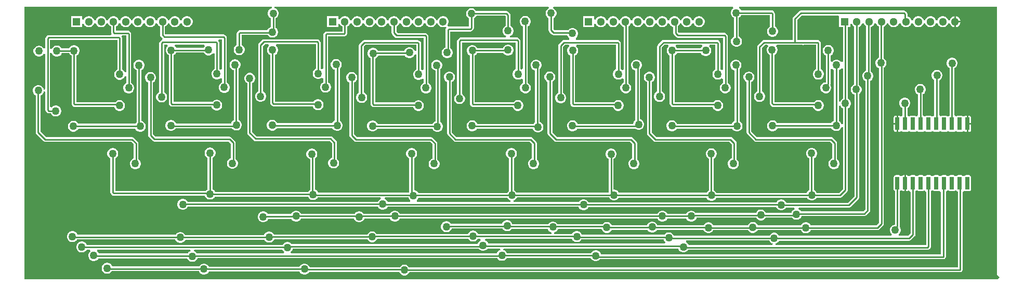
<source format=gbl>
G04*
G04 #@! TF.GenerationSoftware,Altium Limited,Altium Designer,25.2.1 (25)*
G04*
G04 Layer_Physical_Order=2*
G04 Layer_Color=16711680*
%FSAX44Y44*%
%MOMM*%
G71*
G04*
G04 #@! TF.SameCoordinates,F3945BAA-94F4-4F02-825A-217E7DD4EA31*
G04*
G04*
G04 #@! TF.FilePolarity,Positive*
G04*
G01*
G75*
%ADD12C,0.2540*%
%ADD28C,1.3000*%
%ADD29R,1.3000X1.3000*%
%ADD31C,1.2700*%
G04:AMPARAMS|DCode=32|XSize=0.65mm|YSize=2.1mm|CornerRadius=0.0488mm|HoleSize=0mm|Usage=FLASHONLY|Rotation=180.000|XOffset=0mm|YOffset=0mm|HoleType=Round|Shape=RoundedRectangle|*
%AMROUNDEDRECTD32*
21,1,0.6500,2.0025,0,0,180.0*
21,1,0.5525,2.1000,0,0,180.0*
1,1,0.0975,-0.2763,1.0013*
1,1,0.0975,0.2763,1.0013*
1,1,0.0975,0.2763,-1.0013*
1,1,0.0975,-0.2763,-1.0013*
%
%ADD32ROUNDEDRECTD32*%
G36*
X02051147Y00994965D02*
X02055750Y00990361D01*
X02052845Y00987456D01*
X00467250D01*
Y01432250D01*
X00467250Y01432250D01*
X00469490Y01432250D01*
X00870324D01*
X00870658Y01429710D01*
X00869069Y01429284D01*
X00867041Y01428114D01*
X00865386Y01426459D01*
X00864216Y01424431D01*
X00863610Y01422170D01*
Y01419830D01*
X00864216Y01417569D01*
X00865386Y01415541D01*
X00867041Y01413886D01*
X00868615Y01412977D01*
Y01398883D01*
X00867909Y01398694D01*
X00865882Y01397523D01*
X00864227Y01395868D01*
X00863056Y01393841D01*
X00863001Y01393635D01*
X00818488D01*
X00817001Y01393339D01*
X00815741Y01392497D01*
X00814253Y01391009D01*
X00813411Y01389749D01*
X00813115Y01388262D01*
Y01369772D01*
X00811541Y01368864D01*
X00809886Y01367209D01*
X00808716Y01365181D01*
X00808110Y01362920D01*
Y01360580D01*
X00808716Y01358319D01*
X00809886Y01356291D01*
X00811541Y01354636D01*
X00813569Y01353466D01*
X00815830Y01352860D01*
X00818170D01*
X00820431Y01353466D01*
X00822459Y01354636D01*
X00824114Y01356291D01*
X00825284Y01358319D01*
X00825890Y01360580D01*
Y01362920D01*
X00825284Y01365181D01*
X00824114Y01367209D01*
X00822459Y01368864D01*
X00820885Y01369772D01*
Y01385865D01*
X00863699D01*
X00864227Y01384951D01*
X00865882Y01383296D01*
X00867909Y01382126D01*
X00870170Y01381520D01*
X00872511D01*
X00874772Y01382126D01*
X00876799Y01383296D01*
X00878454Y01384951D01*
X00879624Y01386978D01*
X00880230Y01389239D01*
Y01391580D01*
X00879624Y01393841D01*
X00878454Y01395868D01*
X00876799Y01397523D01*
X00876385Y01397763D01*
Y01412977D01*
X00877959Y01413886D01*
X00879614Y01415541D01*
X00880784Y01417569D01*
X00881390Y01419830D01*
Y01422170D01*
X00880784Y01424431D01*
X00879614Y01426459D01*
X00877959Y01428114D01*
X00875931Y01429284D01*
X00874342Y01429710D01*
X00874676Y01432250D01*
X01320958D01*
X01321569Y01429784D01*
X01319541Y01428614D01*
X01317886Y01426959D01*
X01316716Y01424931D01*
X01316110Y01422670D01*
Y01420330D01*
X01316716Y01418069D01*
X01317886Y01416041D01*
X01319541Y01414386D01*
X01321115Y01413477D01*
Y01393488D01*
X01321411Y01392001D01*
X01322253Y01390741D01*
X01326241Y01386753D01*
X01327501Y01385911D01*
X01328988Y01385615D01*
X01351502D01*
X01351716Y01384819D01*
X01352886Y01382791D01*
X01354541Y01381136D01*
X01354699Y01378112D01*
X01354313Y01377635D01*
X01346328D01*
X01344842Y01377339D01*
X01343581Y01376497D01*
X01338003Y01370919D01*
X01337161Y01369658D01*
X01336865Y01368172D01*
Y01291272D01*
X01335291Y01290364D01*
X01333636Y01288709D01*
X01332466Y01286681D01*
X01331860Y01284420D01*
Y01282080D01*
X01332466Y01279819D01*
X01333636Y01277791D01*
X01335291Y01276136D01*
X01337319Y01274966D01*
X01339580Y01274360D01*
X01341920D01*
X01344181Y01274966D01*
X01346209Y01276136D01*
X01347864Y01277791D01*
X01349034Y01279819D01*
X01349640Y01282080D01*
Y01284420D01*
X01349034Y01286681D01*
X01347864Y01288709D01*
X01346209Y01290364D01*
X01344635Y01291272D01*
Y01366563D01*
X01347937Y01369865D01*
X01353818D01*
X01354543Y01368286D01*
X01354661Y01367325D01*
X01353226Y01365891D01*
X01352056Y01363864D01*
X01351450Y01361603D01*
Y01359262D01*
X01352056Y01357001D01*
X01353226Y01354974D01*
X01354882Y01353319D01*
X01356456Y01352410D01*
Y01273921D01*
X01356751Y01272434D01*
X01357593Y01271174D01*
X01359081Y01269686D01*
X01360342Y01268844D01*
X01361828Y01268548D01*
X01426026D01*
X01426306Y01267501D01*
X01427477Y01265474D01*
X01429132Y01263819D01*
X01431159Y01262648D01*
X01433420Y01262043D01*
X01435761D01*
X01438022Y01262648D01*
X01440049Y01263819D01*
X01441704Y01265474D01*
X01442874Y01267501D01*
X01443480Y01269762D01*
Y01272103D01*
X01442874Y01274364D01*
X01441704Y01276391D01*
X01440049Y01278046D01*
X01438022Y01279217D01*
X01435761Y01279823D01*
X01433420D01*
X01431159Y01279217D01*
X01429132Y01278046D01*
X01427477Y01276391D01*
X01427434Y01276317D01*
X01364225D01*
Y01352410D01*
X01365799Y01353319D01*
X01367454Y01354974D01*
X01368625Y01357001D01*
X01369230Y01359262D01*
Y01361603D01*
X01368625Y01363864D01*
X01367454Y01365891D01*
X01366020Y01367325D01*
X01366138Y01368286D01*
X01366862Y01369865D01*
X01430956D01*
Y01329955D01*
X01429382Y01329046D01*
X01427726Y01327391D01*
X01426556Y01325364D01*
X01425950Y01323103D01*
Y01320762D01*
X01426556Y01318501D01*
X01427726Y01316474D01*
X01429382Y01314819D01*
X01431409Y01313648D01*
X01433670Y01313043D01*
X01436011D01*
X01438272Y01313648D01*
X01440299Y01314819D01*
X01440666Y01315186D01*
X01443206Y01314133D01*
Y01307849D01*
X01441382Y01306796D01*
X01439727Y01305141D01*
X01438557Y01303114D01*
X01437951Y01300853D01*
Y01298512D01*
X01438557Y01296251D01*
X01439727Y01294224D01*
X01441382Y01292569D01*
X01443410Y01291398D01*
X01445671Y01290793D01*
X01448011D01*
X01450273Y01291398D01*
X01452300Y01292569D01*
X01453955Y01294224D01*
X01455125Y01296251D01*
X01455731Y01298512D01*
Y01300853D01*
X01455125Y01303114D01*
X01453955Y01305141D01*
X01452300Y01306796D01*
X01450975Y01307561D01*
Y01399789D01*
X01451801Y01400266D01*
X01453484Y01401949D01*
X01454674Y01404011D01*
X01454935Y01404986D01*
X01457565D01*
X01457826Y01404011D01*
X01459016Y01401949D01*
X01460699Y01400266D01*
X01462760Y01399076D01*
X01465060Y01398460D01*
X01467440D01*
X01469739Y01399076D01*
X01471800Y01400266D01*
X01473483Y01401949D01*
X01474674Y01404011D01*
X01474935Y01404986D01*
X01477565D01*
X01477826Y01404011D01*
X01479016Y01401949D01*
X01480699Y01400266D01*
X01482760Y01399076D01*
X01485060Y01398460D01*
X01487440D01*
X01489739Y01399076D01*
X01491800Y01400266D01*
X01493483Y01401949D01*
X01494674Y01404011D01*
X01494935Y01404987D01*
X01497565D01*
X01497826Y01404011D01*
X01499016Y01401949D01*
X01500699Y01400266D01*
X01502761Y01399076D01*
X01505060Y01398460D01*
X01507440D01*
X01509740Y01399076D01*
X01511801Y01400266D01*
X01513484Y01401949D01*
X01514674Y01404011D01*
X01514935Y01404986D01*
X01517565D01*
X01517826Y01404011D01*
X01519016Y01401949D01*
X01520699Y01400266D01*
X01522761Y01399076D01*
X01524115Y01398713D01*
Y01388750D01*
X01524411Y01387263D01*
X01525253Y01386003D01*
X01528753Y01382503D01*
X01530013Y01381661D01*
X01531500Y01381365D01*
X01605206D01*
Y01329732D01*
X01602751Y01328715D01*
X01602392Y01328953D01*
X01602299Y01329046D01*
X01601929Y01329260D01*
X01600725Y01330058D01*
Y01372262D01*
X01600429Y01373749D01*
X01599587Y01375009D01*
X01598099Y01376497D01*
X01596839Y01377339D01*
X01595352Y01377635D01*
X01508328D01*
X01506842Y01377339D01*
X01505581Y01376497D01*
X01499003Y01369919D01*
X01498161Y01368658D01*
X01497865Y01367172D01*
Y01293522D01*
X01496291Y01292614D01*
X01494636Y01290959D01*
X01493466Y01288931D01*
X01492860Y01286670D01*
Y01284330D01*
X01493466Y01282069D01*
X01494636Y01280041D01*
X01496291Y01278386D01*
X01498319Y01277216D01*
X01500580Y01276610D01*
X01502920D01*
X01505181Y01277216D01*
X01507209Y01278386D01*
X01508864Y01280041D01*
X01510034Y01282069D01*
X01510640Y01284330D01*
Y01286670D01*
X01510034Y01288931D01*
X01508864Y01290959D01*
X01507209Y01292614D01*
X01505635Y01293522D01*
Y01365563D01*
X01509937Y01369865D01*
X01515818D01*
X01516543Y01368286D01*
X01516661Y01367325D01*
X01515226Y01365891D01*
X01514056Y01363864D01*
X01513450Y01361603D01*
Y01359262D01*
X01514056Y01357001D01*
X01515226Y01354974D01*
X01516882Y01353319D01*
X01518456Y01352410D01*
Y01273921D01*
X01518751Y01272434D01*
X01519594Y01271174D01*
X01521081Y01269686D01*
X01522342Y01268844D01*
X01523828Y01268548D01*
X01588026D01*
X01588306Y01267501D01*
X01589476Y01265474D01*
X01591132Y01263819D01*
X01593159Y01262648D01*
X01595420Y01262043D01*
X01597761D01*
X01600022Y01262648D01*
X01602049Y01263819D01*
X01603704Y01265474D01*
X01604875Y01267501D01*
X01605480Y01269762D01*
Y01272103D01*
X01604875Y01274364D01*
X01603704Y01276391D01*
X01602049Y01278046D01*
X01600022Y01279217D01*
X01597761Y01279823D01*
X01595420D01*
X01593159Y01279217D01*
X01591132Y01278046D01*
X01589476Y01276391D01*
X01589434Y01276317D01*
X01526225D01*
Y01352410D01*
X01527799Y01353319D01*
X01529454Y01354974D01*
X01530363Y01356548D01*
X01569045D01*
X01569954Y01354974D01*
X01571609Y01353319D01*
X01573636Y01352148D01*
X01575897Y01351543D01*
X01578238D01*
X01580499Y01352148D01*
X01582526Y01353319D01*
X01584181Y01354974D01*
X01585352Y01357001D01*
X01585957Y01359262D01*
Y01361603D01*
X01585352Y01363864D01*
X01584181Y01365891D01*
X01582747Y01367325D01*
X01582865Y01368286D01*
X01583589Y01369865D01*
X01592956D01*
Y01329955D01*
X01591382Y01329046D01*
X01589727Y01327391D01*
X01588556Y01325364D01*
X01587950Y01323103D01*
Y01320762D01*
X01588556Y01318501D01*
X01589727Y01316474D01*
X01591382Y01314819D01*
X01593409Y01313648D01*
X01595670Y01313043D01*
X01598011D01*
X01600272Y01313648D01*
X01602299Y01314819D01*
X01602666Y01315186D01*
X01605206Y01314133D01*
Y01307849D01*
X01603383Y01306796D01*
X01601727Y01305141D01*
X01600557Y01303114D01*
X01599951Y01300853D01*
Y01298512D01*
X01600557Y01296251D01*
X01601727Y01294224D01*
X01603383Y01292569D01*
X01605410Y01291398D01*
X01607671Y01290793D01*
X01610011D01*
X01612272Y01291398D01*
X01614300Y01292569D01*
X01615955Y01294224D01*
X01617125Y01296251D01*
X01617731Y01298512D01*
Y01300853D01*
X01617125Y01303114D01*
X01615955Y01305141D01*
X01614300Y01306796D01*
X01612975Y01307561D01*
Y01383762D01*
X01612679Y01385249D01*
X01611837Y01386509D01*
X01610349Y01387997D01*
X01609089Y01388839D01*
X01607602Y01389135D01*
X01533109D01*
X01531885Y01390359D01*
Y01400350D01*
X01533484Y01401949D01*
X01534674Y01404011D01*
X01534935Y01404986D01*
X01537565D01*
X01537826Y01404011D01*
X01539016Y01401949D01*
X01540699Y01400266D01*
X01542761Y01399076D01*
X01545060Y01398460D01*
X01547440D01*
X01549739Y01399076D01*
X01551801Y01400266D01*
X01553484Y01401949D01*
X01554674Y01404011D01*
X01554935Y01404986D01*
X01557565D01*
X01557826Y01404011D01*
X01559016Y01401949D01*
X01560699Y01400266D01*
X01562761Y01399076D01*
X01565060Y01398460D01*
X01567440D01*
X01569739Y01399076D01*
X01571801Y01400266D01*
X01573484Y01401949D01*
X01574674Y01404011D01*
X01575290Y01406310D01*
Y01408690D01*
X01574674Y01410989D01*
X01573484Y01413051D01*
X01571801Y01414734D01*
X01569739Y01415924D01*
X01567440Y01416540D01*
X01565060D01*
X01562761Y01415924D01*
X01560699Y01414734D01*
X01559016Y01413051D01*
X01557826Y01410989D01*
X01557565Y01410014D01*
X01554935D01*
X01554674Y01410989D01*
X01553484Y01413051D01*
X01551801Y01414734D01*
X01549739Y01415924D01*
X01547440Y01416540D01*
X01545060D01*
X01542761Y01415924D01*
X01540699Y01414734D01*
X01539016Y01413051D01*
X01537826Y01410989D01*
X01537565Y01410014D01*
X01534935D01*
X01534674Y01410989D01*
X01533484Y01413051D01*
X01531801Y01414734D01*
X01529739Y01415924D01*
X01527440Y01416540D01*
X01525060D01*
X01522761Y01415924D01*
X01520699Y01414734D01*
X01519016Y01413051D01*
X01517826Y01410989D01*
X01517565Y01410014D01*
X01514935D01*
X01514674Y01410989D01*
X01513484Y01413051D01*
X01511801Y01414734D01*
X01509740Y01415924D01*
X01507440Y01416540D01*
X01505060D01*
X01502761Y01415924D01*
X01500699Y01414734D01*
X01499016Y01413051D01*
X01497826Y01410989D01*
X01497565Y01410013D01*
X01494935D01*
X01494674Y01410989D01*
X01493483Y01413051D01*
X01491800Y01414734D01*
X01489739Y01415924D01*
X01487440Y01416540D01*
X01485060D01*
X01482760Y01415924D01*
X01480699Y01414734D01*
X01479016Y01413051D01*
X01477826Y01410989D01*
X01477565Y01410014D01*
X01474935D01*
X01474674Y01410989D01*
X01473483Y01413051D01*
X01471800Y01414734D01*
X01469739Y01415924D01*
X01467440Y01416540D01*
X01465060D01*
X01462760Y01415924D01*
X01460699Y01414734D01*
X01459016Y01413051D01*
X01457826Y01410989D01*
X01457565Y01410014D01*
X01454935D01*
X01454674Y01410989D01*
X01453484Y01413051D01*
X01451801Y01414734D01*
X01449739Y01415924D01*
X01447440Y01416540D01*
X01445060D01*
X01442760Y01415924D01*
X01440699Y01414734D01*
X01439016Y01413051D01*
X01437826Y01410989D01*
X01437565Y01410014D01*
X01434935D01*
X01434674Y01410989D01*
X01433484Y01413051D01*
X01431801Y01414734D01*
X01429739Y01415924D01*
X01427440Y01416540D01*
X01425060D01*
X01422760Y01415924D01*
X01420699Y01414734D01*
X01419016Y01413051D01*
X01417826Y01410989D01*
X01417565Y01410014D01*
X01414935D01*
X01414674Y01410989D01*
X01413484Y01413051D01*
X01411801Y01414734D01*
X01409739Y01415924D01*
X01407440Y01416540D01*
X01405060D01*
X01402761Y01415924D01*
X01400699Y01414734D01*
X01399016Y01413051D01*
X01397826Y01410989D01*
X01395290Y01411338D01*
Y01416540D01*
X01377210D01*
Y01398460D01*
X01395290D01*
Y01403661D01*
X01397826Y01404010D01*
X01399016Y01401949D01*
X01400699Y01400266D01*
X01402761Y01399076D01*
X01405060Y01398460D01*
X01407440D01*
X01409739Y01399076D01*
X01411801Y01400266D01*
X01413484Y01401949D01*
X01414674Y01404011D01*
X01414935Y01404986D01*
X01417565D01*
X01417826Y01404011D01*
X01419016Y01401949D01*
X01420699Y01400266D01*
X01422760Y01399076D01*
X01425060Y01398460D01*
X01427440D01*
X01429739Y01399076D01*
X01431801Y01400266D01*
X01433484Y01401949D01*
X01434674Y01404011D01*
X01434935Y01404986D01*
X01437565D01*
X01437826Y01404011D01*
X01439016Y01401949D01*
X01440699Y01400266D01*
X01442760Y01399076D01*
X01443206Y01398957D01*
Y01329732D01*
X01440751Y01328715D01*
X01440392Y01328953D01*
X01440299Y01329046D01*
X01439929Y01329260D01*
X01438725Y01330058D01*
Y01372262D01*
X01438429Y01373749D01*
X01437587Y01375009D01*
X01436099Y01376497D01*
X01434839Y01377339D01*
X01433352Y01377635D01*
X01365687D01*
X01365301Y01378112D01*
X01365459Y01381136D01*
X01367114Y01382791D01*
X01368284Y01384819D01*
X01368890Y01387080D01*
Y01389420D01*
X01368284Y01391681D01*
X01367114Y01393709D01*
X01365459Y01395364D01*
X01363431Y01396534D01*
X01361170Y01397140D01*
X01358830D01*
X01356569Y01396534D01*
X01354541Y01395364D01*
X01352886Y01393709D01*
X01352699Y01393385D01*
X01330597D01*
X01328885Y01395097D01*
Y01413477D01*
X01330459Y01414386D01*
X01332114Y01416041D01*
X01333284Y01418069D01*
X01333890Y01420330D01*
Y01422670D01*
X01333284Y01424931D01*
X01332114Y01426959D01*
X01330459Y01428614D01*
X01328431Y01429784D01*
X01329042Y01432250D01*
X01621644D01*
X01622324Y01429710D01*
X01621291Y01429114D01*
X01619636Y01427459D01*
X01618466Y01425431D01*
X01617860Y01423170D01*
Y01420830D01*
X01618466Y01418569D01*
X01619636Y01416541D01*
X01621291Y01414886D01*
X01623115Y01413833D01*
Y01383378D01*
X01621791Y01382614D01*
X01620136Y01380959D01*
X01618966Y01378931D01*
X01618360Y01376670D01*
Y01374330D01*
X01618966Y01372069D01*
X01620136Y01370041D01*
X01621791Y01368386D01*
X01623819Y01367216D01*
X01626080Y01366610D01*
X01628420D01*
X01630681Y01367216D01*
X01632709Y01368386D01*
X01634364Y01370041D01*
X01635534Y01372069D01*
X01636140Y01374330D01*
Y01376670D01*
X01635534Y01378931D01*
X01634364Y01380959D01*
X01632709Y01382614D01*
X01630885Y01383667D01*
Y01414122D01*
X01632209Y01414886D01*
X01633864Y01416541D01*
X01634772Y01418115D01*
X01681865D01*
Y01399772D01*
X01680291Y01398864D01*
X01678636Y01397209D01*
X01677466Y01395181D01*
X01676860Y01392920D01*
Y01390580D01*
X01677466Y01388319D01*
X01678636Y01386291D01*
X01680291Y01384636D01*
X01682319Y01383466D01*
X01684580Y01382860D01*
X01686920D01*
X01689181Y01383466D01*
X01691209Y01384636D01*
X01692864Y01386291D01*
X01694034Y01388319D01*
X01694640Y01390580D01*
Y01392920D01*
X01694034Y01395181D01*
X01692864Y01397209D01*
X01691209Y01398864D01*
X01689635Y01399772D01*
Y01420512D01*
X01689339Y01421999D01*
X01688497Y01423259D01*
X01687009Y01424747D01*
X01685749Y01425589D01*
X01684262Y01425885D01*
X01634772D01*
X01633864Y01427459D01*
X01632209Y01429114D01*
X01631176Y01429710D01*
X01631856Y01432250D01*
X02051147D01*
Y00994965D01*
D02*
G37*
G36*
X01571270Y01368286D02*
X01571388Y01367325D01*
X01569954Y01365891D01*
X01569045Y01364317D01*
X01530363D01*
X01529454Y01365891D01*
X01528020Y01367325D01*
X01528138Y01368286D01*
X01528862Y01369865D01*
X01570545D01*
X01571270Y01368286D01*
D02*
G37*
%LPC*%
G36*
X00733440Y01416540D02*
X00731060D01*
X00728761Y01415924D01*
X00726700Y01414733D01*
X00725016Y01413050D01*
X00723826Y01410989D01*
X00723565Y01410014D01*
X00720935D01*
X00720674Y01410989D01*
X00719484Y01413050D01*
X00717801Y01414733D01*
X00715740Y01415924D01*
X00713440Y01416540D01*
X00711060D01*
X00708761Y01415924D01*
X00706700Y01414733D01*
X00705016Y01413050D01*
X00703826Y01410989D01*
X00703565Y01410014D01*
X00700935D01*
X00700674Y01410989D01*
X00699484Y01413050D01*
X00697801Y01414733D01*
X00695740Y01415924D01*
X00693440Y01416540D01*
X00691060D01*
X00688761Y01415924D01*
X00686700Y01414733D01*
X00685016Y01413050D01*
X00683826Y01410989D01*
X00683565Y01410014D01*
X00680935D01*
X00680674Y01410989D01*
X00679484Y01413050D01*
X00677801Y01414733D01*
X00675740Y01415924D01*
X00673440Y01416540D01*
X00671060D01*
X00668761Y01415924D01*
X00666700Y01414733D01*
X00665016Y01413050D01*
X00663826Y01410989D01*
X00663565Y01410014D01*
X00660936D01*
X00660674Y01410989D01*
X00659484Y01413050D01*
X00657801Y01414733D01*
X00655740Y01415924D01*
X00653440Y01416540D01*
X00651060D01*
X00648761Y01415924D01*
X00646700Y01414733D01*
X00645016Y01413050D01*
X00643826Y01410989D01*
X00643565Y01410014D01*
X00640936D01*
X00640674Y01410989D01*
X00639484Y01413050D01*
X00637801Y01414733D01*
X00635740Y01415924D01*
X00633441Y01416540D01*
X00631060D01*
X00628761Y01415924D01*
X00626700Y01414733D01*
X00625017Y01413050D01*
X00623826Y01410989D01*
X00623565Y01410014D01*
X00620936D01*
X00620674Y01410989D01*
X00619484Y01413050D01*
X00617801Y01414733D01*
X00615740Y01415924D01*
X00613441Y01416540D01*
X00611060D01*
X00608761Y01415924D01*
X00606700Y01414733D01*
X00605017Y01413050D01*
X00603826Y01410989D01*
X00603565Y01410014D01*
X00600936D01*
X00600674Y01410989D01*
X00599484Y01413050D01*
X00597801Y01414733D01*
X00595740Y01415924D01*
X00593441Y01416540D01*
X00591060D01*
X00588761Y01415924D01*
X00586700Y01414733D01*
X00585017Y01413050D01*
X00583826Y01410989D01*
X00583565Y01410014D01*
X00580936D01*
X00580674Y01410989D01*
X00579484Y01413050D01*
X00577801Y01414733D01*
X00575740Y01415924D01*
X00573441Y01416540D01*
X00571060D01*
X00568761Y01415924D01*
X00566700Y01414733D01*
X00565017Y01413050D01*
X00563826Y01410989D01*
X00561290Y01411336D01*
Y01416540D01*
X00543210D01*
Y01398460D01*
X00561290D01*
Y01403663D01*
X00563826Y01404010D01*
X00565017Y01401949D01*
X00566700Y01400266D01*
X00568761Y01399076D01*
X00571060Y01398460D01*
X00573441D01*
X00575740Y01399076D01*
X00577801Y01400266D01*
X00579484Y01401949D01*
X00580674Y01404010D01*
X00580936Y01404985D01*
X00583565D01*
X00583826Y01404010D01*
X00585017Y01401949D01*
X00586700Y01400266D01*
X00588761Y01399076D01*
X00591060Y01398460D01*
X00593441D01*
X00595740Y01399076D01*
X00597801Y01400266D01*
X00599484Y01401949D01*
X00600674Y01404010D01*
X00600936Y01404985D01*
X00603565D01*
X00603826Y01404010D01*
X00605017Y01401949D01*
X00606700Y01400266D01*
X00608366Y01399304D01*
Y01390488D01*
X00608661Y01389001D01*
X00609214Y01388175D01*
X00608753Y01386677D01*
X00608018Y01385635D01*
X00506738D01*
X00505251Y01385339D01*
X00503991Y01384497D01*
X00502503Y01383009D01*
X00501661Y01381749D01*
X00501365Y01380262D01*
Y01364407D01*
X00498825Y01363726D01*
X00498114Y01364959D01*
X00496459Y01366614D01*
X00494431Y01367784D01*
X00492170Y01368390D01*
X00489830D01*
X00487569Y01367784D01*
X00485541Y01366614D01*
X00483886Y01364959D01*
X00482716Y01362931D01*
X00482110Y01360670D01*
Y01358330D01*
X00482716Y01356069D01*
X00483886Y01354041D01*
X00485541Y01352386D01*
X00487569Y01351216D01*
X00489830Y01350610D01*
X00492170D01*
X00494431Y01351216D01*
X00496459Y01352386D01*
X00498114Y01354041D01*
X00498825Y01355274D01*
X00501365Y01354593D01*
Y01298708D01*
X00500509Y01296523D01*
X00500509Y01296523D01*
Y01296523D01*
X00498890Y01296420D01*
X00498856Y01296548D01*
X00498284Y01298681D01*
X00497114Y01300709D01*
X00495459Y01302364D01*
X00493431Y01303534D01*
X00491170Y01304140D01*
X00488830D01*
X00486569Y01303534D01*
X00484541Y01302364D01*
X00482886Y01300709D01*
X00481716Y01298681D01*
X00481110Y01296420D01*
Y01294080D01*
X00481716Y01291819D01*
X00482886Y01289791D01*
X00484541Y01288136D01*
X00485865Y01287372D01*
Y01227000D01*
X00486161Y01225513D01*
X00487003Y01224253D01*
X00498753Y01212503D01*
X00500013Y01211661D01*
X00501500Y01211365D01*
X00641391D01*
X00645115Y01207641D01*
Y01184431D01*
X00644569Y01184284D01*
X00642541Y01183114D01*
X00640886Y01181459D01*
X00639716Y01179431D01*
X00639110Y01177170D01*
Y01174830D01*
X00639716Y01172569D01*
X00640886Y01170541D01*
X00642541Y01168886D01*
X00644569Y01167716D01*
X00646830Y01167110D01*
X00649170D01*
X00651431Y01167716D01*
X00653459Y01168886D01*
X00655114Y01170541D01*
X00656284Y01172569D01*
X00656890Y01174830D01*
Y01177170D01*
X00656284Y01179431D01*
X00655114Y01181459D01*
X00653459Y01183114D01*
X00652885Y01183445D01*
Y01209250D01*
X00652589Y01210737D01*
X00651747Y01211997D01*
X00645747Y01217997D01*
X00644487Y01218839D01*
X00643000Y01219135D01*
X00503109D01*
X00493635Y01228609D01*
Y01287083D01*
X00495459Y01288136D01*
X00497114Y01289791D01*
X00498284Y01291819D01*
X00498856Y01293952D01*
X00498890Y01294080D01*
X00500509Y01293977D01*
Y01293978D01*
X00500509Y01293977D01*
X00501365Y01291792D01*
Y01263238D01*
X00501661Y01261751D01*
X00502503Y01260491D01*
X00503991Y01259003D01*
X00505251Y01258161D01*
X00506738Y01257865D01*
X00510228D01*
X00511136Y01256291D01*
X00512791Y01254636D01*
X00514819Y01253466D01*
X00517080Y01252860D01*
X00519420D01*
X00521681Y01253466D01*
X00523709Y01254636D01*
X00525364Y01256291D01*
X00526534Y01258319D01*
X00527140Y01260580D01*
Y01262920D01*
X00526534Y01265181D01*
X00525364Y01267209D01*
X00523709Y01268864D01*
X00521681Y01270034D01*
X00519420Y01270640D01*
X00517080D01*
X00514819Y01270034D01*
X00512791Y01268864D01*
X00511675Y01267747D01*
X00509432Y01268419D01*
X00509135Y01268631D01*
Y01356138D01*
X00511675Y01356472D01*
X00511716Y01356319D01*
X00512886Y01354291D01*
X00514541Y01352636D01*
X00516569Y01351466D01*
X00518830Y01350860D01*
X00521170D01*
X00523431Y01351466D01*
X00525459Y01352636D01*
X00527114Y01354291D01*
X00528284Y01356319D01*
X00528297Y01356365D01*
X00539977D01*
X00540886Y01354791D01*
X00542541Y01353136D01*
X00544115Y01352227D01*
Y01273738D01*
X00544411Y01272251D01*
X00545253Y01270991D01*
X00546741Y01269503D01*
X00548001Y01268661D01*
X00549488Y01268365D01*
X00613685D01*
X00613966Y01267319D01*
X00615136Y01265291D01*
X00616791Y01263636D01*
X00618819Y01262466D01*
X00621080Y01261860D01*
X00623420D01*
X00625681Y01262466D01*
X00627709Y01263636D01*
X00629364Y01265291D01*
X00630534Y01267319D01*
X00631140Y01269580D01*
Y01271920D01*
X00630534Y01274181D01*
X00629364Y01276209D01*
X00627709Y01277864D01*
X00625681Y01279034D01*
X00623420Y01279640D01*
X00621080D01*
X00618819Y01279034D01*
X00616791Y01277864D01*
X00615136Y01276209D01*
X00615093Y01276135D01*
X00551885D01*
Y01352227D01*
X00553459Y01353136D01*
X00555114Y01354791D01*
X00556284Y01356819D01*
X00556890Y01359080D01*
Y01361420D01*
X00556284Y01363681D01*
X00555114Y01365709D01*
X00553459Y01367364D01*
X00551431Y01368534D01*
X00549170Y01369140D01*
X00546830D01*
X00544569Y01368534D01*
X00542541Y01367364D01*
X00540886Y01365709D01*
X00539977Y01364135D01*
X00527734D01*
X00527114Y01365209D01*
X00525459Y01366864D01*
X00523431Y01368034D01*
X00521170Y01368640D01*
X00518830D01*
X00516569Y01368034D01*
X00514541Y01366864D01*
X00512886Y01365209D01*
X00511716Y01363181D01*
X00511675Y01363028D01*
X00509135Y01363362D01*
Y01377865D01*
X00618615D01*
Y01329772D01*
X00617041Y01328864D01*
X00615386Y01327209D01*
X00614216Y01325181D01*
X00613610Y01322920D01*
Y01320580D01*
X00614216Y01318319D01*
X00615386Y01316291D01*
X00617041Y01314636D01*
X00619069Y01313466D01*
X00621330Y01312860D01*
X00623670D01*
X00625931Y01313466D01*
X00627959Y01314636D01*
X00629614Y01316291D01*
X00630784Y01318319D01*
X00630825Y01318472D01*
X00633365Y01318138D01*
Y01307522D01*
X00631791Y01306614D01*
X00630136Y01304959D01*
X00628966Y01302931D01*
X00628360Y01300670D01*
Y01298330D01*
X00628966Y01296069D01*
X00630136Y01294041D01*
X00631791Y01292386D01*
X00633819Y01291216D01*
X00636080Y01290610D01*
X00638420D01*
X00640681Y01291216D01*
X00642709Y01292386D01*
X00644364Y01294041D01*
X00645534Y01296069D01*
X00646140Y01298330D01*
Y01300670D01*
X00645534Y01302931D01*
X00644364Y01304959D01*
X00642709Y01306614D01*
X00641135Y01307522D01*
Y01387512D01*
X00640839Y01388999D01*
X00639997Y01390259D01*
X00638509Y01391747D01*
X00637249Y01392589D01*
X00635762Y01392885D01*
X00616135D01*
Y01399304D01*
X00617801Y01400266D01*
X00619484Y01401949D01*
X00620674Y01404010D01*
X00620936Y01404985D01*
X00623565D01*
X00623826Y01404010D01*
X00625017Y01401949D01*
X00626700Y01400266D01*
X00628761Y01399076D01*
X00631060Y01398460D01*
X00633441D01*
X00635740Y01399076D01*
X00637801Y01400266D01*
X00639484Y01401949D01*
X00640674Y01404010D01*
X00640936Y01404985D01*
X00643565D01*
X00643826Y01404010D01*
X00645016Y01401949D01*
X00646700Y01400266D01*
X00648761Y01399076D01*
X00651060Y01398460D01*
X00653440D01*
X00655740Y01399076D01*
X00657801Y01400266D01*
X00659484Y01401949D01*
X00660674Y01404010D01*
X00660936Y01404985D01*
X00663565D01*
X00663826Y01404010D01*
X00665016Y01401949D01*
X00666700Y01400266D01*
X00668761Y01399076D01*
X00671060Y01398460D01*
X00673440D01*
X00675740Y01399076D01*
X00677801Y01400266D01*
X00679484Y01401949D01*
X00680674Y01404010D01*
X00680935Y01404985D01*
X00683565D01*
X00683826Y01404010D01*
X00685016Y01401949D01*
X00686700Y01400266D01*
X00688365Y01399304D01*
Y01386000D01*
X00688661Y01384513D01*
X00689503Y01383253D01*
X00692154Y01380602D01*
X00692167Y01380412D01*
X00691630Y01378387D01*
X00691314Y01377933D01*
X00690842Y01377839D01*
X00689581Y01376997D01*
X00688093Y01375509D01*
X00687251Y01374249D01*
X00686956Y01372762D01*
Y01292705D01*
X00685382Y01291796D01*
X00683727Y01290141D01*
X00682556Y01288114D01*
X00681950Y01285853D01*
Y01283512D01*
X00682556Y01281251D01*
X00683727Y01279224D01*
X00685382Y01277569D01*
X00687409Y01276398D01*
X00689670Y01275793D01*
X00692011D01*
X00694272Y01276398D01*
X00696299Y01277569D01*
X00697954Y01279224D01*
X00699125Y01281251D01*
X00699730Y01283512D01*
Y01285853D01*
X00699125Y01288114D01*
X00697954Y01290141D01*
X00696299Y01291796D01*
X00694725Y01292705D01*
Y01370365D01*
X00699818D01*
X00700543Y01368786D01*
X00700661Y01367825D01*
X00699227Y01366391D01*
X00698056Y01364364D01*
X00697450Y01362103D01*
Y01359762D01*
X00698056Y01357501D01*
X00699227Y01355474D01*
X00700882Y01353819D01*
X00702456Y01352910D01*
Y01274420D01*
X00702751Y01272934D01*
X00703594Y01271674D01*
X00705081Y01270186D01*
X00706342Y01269344D01*
X00707828Y01269048D01*
X00772026D01*
X00772306Y01268001D01*
X00773476Y01265974D01*
X00775132Y01264319D01*
X00777159Y01263148D01*
X00779420Y01262543D01*
X00781761D01*
X00784022Y01263148D01*
X00786049Y01264319D01*
X00787704Y01265974D01*
X00788875Y01268001D01*
X00789480Y01270262D01*
Y01272603D01*
X00788875Y01274864D01*
X00787704Y01276891D01*
X00786049Y01278546D01*
X00784022Y01279717D01*
X00781761Y01280323D01*
X00779420D01*
X00777159Y01279717D01*
X00775132Y01278546D01*
X00773476Y01276891D01*
X00773434Y01276817D01*
X00710225D01*
Y01352910D01*
X00711799Y01353819D01*
X00713454Y01355474D01*
X00714363Y01357048D01*
X00759555D01*
X00760136Y01356041D01*
X00761791Y01354386D01*
X00763819Y01353216D01*
X00766080Y01352610D01*
X00768420D01*
X00770681Y01353216D01*
X00772709Y01354386D01*
X00774364Y01356041D01*
X00774416Y01356131D01*
X00776956Y01355451D01*
Y01330455D01*
X00775382Y01329546D01*
X00773727Y01327891D01*
X00772556Y01325864D01*
X00771950Y01323603D01*
Y01321262D01*
X00772556Y01319001D01*
X00773727Y01316974D01*
X00775382Y01315319D01*
X00777409Y01314148D01*
X00779670Y01313543D01*
X00782011D01*
X00784272Y01314148D01*
X00786299Y01315319D01*
X00786666Y01315686D01*
X00789206Y01314633D01*
Y01308349D01*
X00787383Y01307296D01*
X00785727Y01305641D01*
X00784557Y01303614D01*
X00783951Y01301353D01*
Y01299012D01*
X00784557Y01296751D01*
X00785727Y01294724D01*
X00787383Y01293069D01*
X00789410Y01291898D01*
X00791671Y01291293D01*
X00794011D01*
X00796273Y01291898D01*
X00798300Y01293069D01*
X00799955Y01294724D01*
X00801125Y01296751D01*
X00801731Y01299012D01*
Y01301353D01*
X00801125Y01303614D01*
X00799955Y01305641D01*
X00798300Y01307296D01*
X00796975Y01308061D01*
Y01381262D01*
X00796679Y01382749D01*
X00795837Y01384009D01*
X00794349Y01385497D01*
X00793089Y01386339D01*
X00791602Y01386635D01*
X00697109D01*
X00696135Y01387609D01*
Y01399304D01*
X00697801Y01400266D01*
X00699484Y01401949D01*
X00700674Y01404010D01*
X00700935Y01404985D01*
X00703565D01*
X00703826Y01404010D01*
X00705016Y01401949D01*
X00706700Y01400266D01*
X00708761Y01399076D01*
X00711060Y01398460D01*
X00713440D01*
X00715740Y01399076D01*
X00717801Y01400266D01*
X00719484Y01401949D01*
X00720674Y01404010D01*
X00720935Y01404985D01*
X00723565D01*
X00723826Y01404010D01*
X00725016Y01401949D01*
X00726700Y01400266D01*
X00728761Y01399076D01*
X00731060Y01398460D01*
X00733440D01*
X00735739Y01399076D01*
X00737801Y01400266D01*
X00739484Y01401949D01*
X00740674Y01404010D01*
X00741290Y01406310D01*
Y01408690D01*
X00740674Y01410989D01*
X00739484Y01413050D01*
X00737801Y01414733D01*
X00735739Y01415924D01*
X00733440Y01416540D01*
D02*
G37*
G36*
X01984520Y01416519D02*
Y01408770D01*
X01992269D01*
X01991674Y01410989D01*
X01990484Y01413051D01*
X01988801Y01414734D01*
X01986739Y01415924D01*
X01984520Y01416519D01*
D02*
G37*
G36*
X01992269Y01406230D02*
X01984520D01*
Y01398481D01*
X01986739Y01399076D01*
X01988801Y01400266D01*
X01990484Y01401949D01*
X01991674Y01404011D01*
X01992269Y01406230D01*
D02*
G37*
G36*
X01900087Y01425635D02*
X01732000D01*
X01730513Y01425339D01*
X01729253Y01424497D01*
X01719503Y01414747D01*
X01718661Y01413487D01*
X01718365Y01412000D01*
Y01377635D01*
X01672078D01*
X01670592Y01377339D01*
X01669331Y01376497D01*
X01662003Y01369169D01*
X01661161Y01367908D01*
X01660865Y01366422D01*
Y01293522D01*
X01659291Y01292614D01*
X01657636Y01290959D01*
X01656466Y01288931D01*
X01655860Y01286670D01*
Y01284330D01*
X01656466Y01282069D01*
X01657636Y01280041D01*
X01659291Y01278386D01*
X01661319Y01277216D01*
X01663580Y01276610D01*
X01665920D01*
X01668181Y01277216D01*
X01670209Y01278386D01*
X01671864Y01280041D01*
X01673034Y01282069D01*
X01673640Y01284330D01*
Y01286670D01*
X01673034Y01288931D01*
X01671864Y01290959D01*
X01670209Y01292614D01*
X01668635Y01293522D01*
Y01364813D01*
X01673687Y01369865D01*
X01677451D01*
X01678503Y01367325D01*
X01678136Y01366959D01*
X01676966Y01364931D01*
X01676360Y01362670D01*
Y01360330D01*
X01676966Y01358069D01*
X01678136Y01356041D01*
X01679791Y01354386D01*
X01681365Y01353477D01*
Y01274761D01*
X01681661Y01273274D01*
X01682503Y01272014D01*
X01684831Y01269686D01*
X01686092Y01268844D01*
X01687578Y01268548D01*
X01751776D01*
X01752056Y01267501D01*
X01753226Y01265474D01*
X01754882Y01263819D01*
X01756909Y01262648D01*
X01759170Y01262043D01*
X01761511D01*
X01763772Y01262648D01*
X01765799Y01263819D01*
X01767454Y01265474D01*
X01768625Y01267501D01*
X01769230Y01269762D01*
Y01272103D01*
X01768625Y01274364D01*
X01767454Y01276391D01*
X01765799Y01278046D01*
X01763772Y01279217D01*
X01761511Y01279823D01*
X01759170D01*
X01756909Y01279217D01*
X01754882Y01278046D01*
X01753226Y01276391D01*
X01753184Y01276317D01*
X01689187D01*
X01689135Y01276370D01*
Y01353477D01*
X01690709Y01354386D01*
X01692364Y01356041D01*
X01693534Y01358069D01*
X01694140Y01360330D01*
Y01362670D01*
X01693534Y01364931D01*
X01692364Y01366959D01*
X01691997Y01367325D01*
X01693049Y01369865D01*
X01733958D01*
X01734263Y01369661D01*
X01735750Y01369365D01*
X01737237Y01369661D01*
X01737542Y01369865D01*
X01756706D01*
Y01329955D01*
X01755132Y01329046D01*
X01753477Y01327391D01*
X01752306Y01325364D01*
X01751700Y01323103D01*
Y01320762D01*
X01752306Y01318501D01*
X01753477Y01316474D01*
X01755132Y01314819D01*
X01757159Y01313648D01*
X01759420Y01313043D01*
X01761761D01*
X01764022Y01313648D01*
X01766049Y01314819D01*
X01767704Y01316474D01*
X01768875Y01318501D01*
X01769480Y01320762D01*
Y01323103D01*
X01768875Y01325364D01*
X01767704Y01327391D01*
X01766049Y01329046D01*
X01764475Y01329955D01*
Y01372262D01*
X01764179Y01373749D01*
X01763337Y01375009D01*
X01761849Y01376497D01*
X01760589Y01377339D01*
X01759102Y01377635D01*
X01736250D01*
X01735750Y01377535D01*
X01735250Y01377635D01*
X01726135D01*
Y01410391D01*
X01733609Y01417865D01*
X01792219D01*
X01794210Y01416540D01*
X01794210Y01415325D01*
Y01398460D01*
X01800615D01*
Y01342437D01*
X01800138Y01342051D01*
X01797114Y01342209D01*
X01795459Y01343864D01*
X01793431Y01345034D01*
X01791170Y01345640D01*
X01788830D01*
X01786569Y01345034D01*
X01784541Y01343864D01*
X01782925Y01342247D01*
X01782745Y01342251D01*
X01780385Y01342956D01*
Y01352478D01*
X01781959Y01353386D01*
X01783614Y01355041D01*
X01784784Y01357069D01*
X01785390Y01359330D01*
Y01361670D01*
X01784784Y01363931D01*
X01783614Y01365959D01*
X01781959Y01367614D01*
X01779931Y01368784D01*
X01777670Y01369390D01*
X01775330D01*
X01773069Y01368784D01*
X01771041Y01367614D01*
X01769386Y01365959D01*
X01768216Y01363931D01*
X01767610Y01361670D01*
Y01359330D01*
X01768216Y01357069D01*
X01769386Y01355041D01*
X01771041Y01353386D01*
X01772615Y01352478D01*
Y01308573D01*
X01771421D01*
X01769160Y01307967D01*
X01767133Y01306796D01*
X01765477Y01305141D01*
X01764307Y01303114D01*
X01763701Y01300853D01*
Y01298512D01*
X01764307Y01296251D01*
X01765477Y01294224D01*
X01767133Y01292569D01*
X01769160Y01291398D01*
X01771421Y01290793D01*
X01773761D01*
X01776022Y01291398D01*
X01778050Y01292569D01*
X01779705Y01294224D01*
X01780875Y01296251D01*
X01781481Y01298512D01*
Y01300853D01*
X01780875Y01303114D01*
X01780000Y01304630D01*
X01780089Y01304764D01*
X01780385Y01306250D01*
Y01330544D01*
X01782745Y01331249D01*
X01782925Y01331253D01*
X01784541Y01329636D01*
X01785865Y01328872D01*
Y01246167D01*
X01784041Y01245114D01*
X01782386Y01243459D01*
X01781405Y01241760D01*
X01693700D01*
X01692864Y01243209D01*
X01691209Y01244864D01*
X01689181Y01246034D01*
X01686920Y01246640D01*
X01684580D01*
X01682319Y01246034D01*
X01680291Y01244864D01*
X01678636Y01243209D01*
X01677466Y01241181D01*
X01676860Y01238920D01*
Y01236580D01*
X01677466Y01234319D01*
X01678636Y01232291D01*
X01680291Y01230636D01*
X01682319Y01229466D01*
X01684580Y01228860D01*
X01686920D01*
X01689181Y01229466D01*
X01691209Y01230636D01*
X01692864Y01232291D01*
X01693845Y01233990D01*
X01781550D01*
X01782386Y01232541D01*
X01784041Y01230886D01*
X01786069Y01229716D01*
X01788330Y01229110D01*
X01790670D01*
X01792931Y01229716D01*
X01794959Y01230886D01*
X01796614Y01232541D01*
X01797784Y01234569D01*
X01798075Y01235655D01*
X01800615Y01235321D01*
Y01134859D01*
X01793891Y01128135D01*
X01758047D01*
X01758034Y01128181D01*
X01756864Y01130209D01*
X01755209Y01131864D01*
X01753475Y01132865D01*
Y01184660D01*
X01755049Y01185569D01*
X01756704Y01187224D01*
X01757874Y01189251D01*
X01758480Y01191512D01*
Y01193853D01*
X01757874Y01196114D01*
X01756704Y01198141D01*
X01755049Y01199796D01*
X01753022Y01200967D01*
X01750761Y01201573D01*
X01748420D01*
X01746159Y01200967D01*
X01744132Y01199796D01*
X01742477Y01198141D01*
X01741306Y01196114D01*
X01740700Y01193853D01*
Y01191512D01*
X01741306Y01189251D01*
X01742477Y01187224D01*
X01744132Y01185569D01*
X01745706Y01184660D01*
Y01132680D01*
X01744291Y01131864D01*
X01742636Y01130209D01*
X01741466Y01128181D01*
X01741453Y01128135D01*
X01594272D01*
X01593364Y01129709D01*
X01591709Y01131364D01*
X01589975Y01132365D01*
Y01184160D01*
X01591549Y01185069D01*
X01593204Y01186724D01*
X01594375Y01188751D01*
X01594980Y01191012D01*
Y01193353D01*
X01594375Y01195614D01*
X01593204Y01197641D01*
X01591549Y01199296D01*
X01589522Y01200467D01*
X01587261Y01201073D01*
X01584920D01*
X01582659Y01200467D01*
X01580632Y01199296D01*
X01578976Y01197641D01*
X01577806Y01195614D01*
X01577200Y01193353D01*
Y01191012D01*
X01577806Y01188751D01*
X01578976Y01186724D01*
X01580632Y01185069D01*
X01582206Y01184160D01*
Y01132180D01*
X01580791Y01131364D01*
X01579136Y01129709D01*
X01578372Y01128385D01*
X01435667D01*
X01434614Y01130209D01*
X01432959Y01131864D01*
X01430931Y01133034D01*
X01428670Y01133640D01*
X01426725D01*
Y01183660D01*
X01428299Y01184569D01*
X01429954Y01186224D01*
X01431125Y01188251D01*
X01431730Y01190512D01*
Y01192853D01*
X01431125Y01195114D01*
X01429954Y01197141D01*
X01428299Y01198796D01*
X01426272Y01199967D01*
X01424011Y01200573D01*
X01421670D01*
X01419409Y01199967D01*
X01417382Y01198796D01*
X01415726Y01197141D01*
X01414556Y01195114D01*
X01413950Y01192853D01*
Y01190512D01*
X01414556Y01188251D01*
X01415726Y01186224D01*
X01417382Y01184569D01*
X01418956Y01183660D01*
Y01129564D01*
X01418090Y01128510D01*
X01269450D01*
X01268614Y01129959D01*
X01266959Y01131614D01*
X01264931Y01132784D01*
X01264475Y01132906D01*
Y01184410D01*
X01266049Y01185319D01*
X01267704Y01186974D01*
X01268875Y01189001D01*
X01269480Y01191262D01*
Y01193603D01*
X01268875Y01195864D01*
X01267704Y01197891D01*
X01266049Y01199546D01*
X01264022Y01200717D01*
X01261761Y01201323D01*
X01259420D01*
X01257159Y01200717D01*
X01255132Y01199546D01*
X01253476Y01197891D01*
X01252306Y01195864D01*
X01251700Y01193603D01*
Y01191262D01*
X01252306Y01189001D01*
X01253476Y01186974D01*
X01255132Y01185319D01*
X01256706Y01184410D01*
Y01131997D01*
X01256041Y01131614D01*
X01254386Y01129959D01*
X01253333Y01128135D01*
X01108878D01*
X01108114Y01129458D01*
X01106459Y01131114D01*
X01104432Y01132284D01*
X01102170Y01132890D01*
X01101975D01*
Y01184410D01*
X01103549Y01185319D01*
X01105204Y01186974D01*
X01106375Y01189001D01*
X01106980Y01191262D01*
Y01193603D01*
X01106375Y01195864D01*
X01105204Y01197891D01*
X01103549Y01199546D01*
X01101522Y01200717D01*
X01099261Y01201323D01*
X01096920D01*
X01094659Y01200717D01*
X01092632Y01199546D01*
X01090976Y01197891D01*
X01089806Y01195864D01*
X01089200Y01193603D01*
Y01191262D01*
X01089806Y01189001D01*
X01090976Y01186974D01*
X01092632Y01185319D01*
X01094206Y01184410D01*
Y01129778D01*
X01093886Y01129458D01*
X01093411Y01128635D01*
X00945863D01*
X00945784Y01128931D01*
X00944614Y01130958D01*
X00942958Y01132614D01*
X00940931Y01133784D01*
X00940385Y01133931D01*
Y01184305D01*
X00940959Y01184636D01*
X00942614Y01186291D01*
X00943784Y01188319D01*
X00944390Y01190580D01*
Y01192920D01*
X00943784Y01195181D01*
X00942614Y01197209D01*
X00940959Y01198864D01*
X00938931Y01200034D01*
X00936670Y01200640D01*
X00934330D01*
X00932069Y01200034D01*
X00930041Y01198864D01*
X00928386Y01197209D01*
X00927216Y01195181D01*
X00926610Y01192920D01*
Y01190580D01*
X00927216Y01188319D01*
X00928386Y01186291D01*
X00930041Y01184636D01*
X00932069Y01183466D01*
X00932615Y01183319D01*
Y01132945D01*
X00932041Y01132614D01*
X00930386Y01130958D01*
X00929694Y01129760D01*
X00777989D01*
X00776864Y01131709D01*
X00775209Y01133364D01*
X00773475Y01134365D01*
Y01185160D01*
X00775049Y01186069D01*
X00776704Y01187724D01*
X00777875Y01189751D01*
X00778480Y01192012D01*
Y01194353D01*
X00777875Y01196614D01*
X00776704Y01198641D01*
X00775049Y01200296D01*
X00773022Y01201467D01*
X00770761Y01202073D01*
X00768420D01*
X00766159Y01201467D01*
X00764132Y01200296D01*
X00762477Y01198641D01*
X00761306Y01196614D01*
X00760700Y01194353D01*
Y01192012D01*
X00761306Y01189751D01*
X00762477Y01187724D01*
X00764132Y01186069D01*
X00765706Y01185160D01*
Y01134180D01*
X00764291Y01133364D01*
X00762636Y01131709D01*
X00762449Y01131385D01*
X00615135D01*
Y01184477D01*
X00616709Y01185386D01*
X00618364Y01187041D01*
X00619534Y01189069D01*
X00620140Y01191330D01*
Y01193670D01*
X00619534Y01195931D01*
X00618364Y01197959D01*
X00616709Y01199614D01*
X00614681Y01200784D01*
X00612420Y01201390D01*
X00610080D01*
X00607819Y01200784D01*
X00605791Y01199614D01*
X00604136Y01197959D01*
X00602966Y01195931D01*
X00602360Y01193670D01*
Y01191330D01*
X00602966Y01189069D01*
X00604136Y01187041D01*
X00605791Y01185386D01*
X00607365Y01184477D01*
Y01128988D01*
X00607661Y01127501D01*
X00608503Y01126241D01*
X00609991Y01124753D01*
X00611251Y01123911D01*
X00612738Y01123615D01*
X00761252D01*
X00761466Y01122819D01*
X00762636Y01120791D01*
X00764291Y01119136D01*
X00766319Y01117966D01*
X00768580Y01117360D01*
X00770920D01*
X00773181Y01117966D01*
X00775209Y01119136D01*
X00776864Y01120791D01*
X00777556Y01121990D01*
X00929261D01*
X00930386Y01120041D01*
X00932041Y01118386D01*
X00934068Y01117216D01*
X00936329Y01116610D01*
X00938670D01*
X00940931Y01117216D01*
X00942958Y01118386D01*
X00944614Y01120041D01*
X00945089Y01120865D01*
X01047389D01*
X01047724Y01118325D01*
X01047569Y01118284D01*
X01045542Y01117114D01*
X01043886Y01115458D01*
X01042833Y01113635D01*
X00733128D01*
X00732364Y01114959D01*
X00730709Y01116614D01*
X00728681Y01117784D01*
X00726420Y01118390D01*
X00724080D01*
X00721819Y01117784D01*
X00719791Y01116614D01*
X00718136Y01114959D01*
X00716966Y01112931D01*
X00716360Y01110670D01*
Y01108330D01*
X00716966Y01106069D01*
X00718136Y01104041D01*
X00719791Y01102386D01*
X00721819Y01101216D01*
X00724080Y01100610D01*
X00726420D01*
X00728681Y01101216D01*
X00730709Y01102386D01*
X00732364Y01104041D01*
X00733417Y01105865D01*
X01043122D01*
X01043886Y01104541D01*
X01045542Y01102886D01*
X01047569Y01101716D01*
X01049830Y01101110D01*
X01052171D01*
X01054432Y01101716D01*
X01056459Y01102886D01*
X01058114Y01104541D01*
X01058734Y01105615D01*
X01369703D01*
X01369716Y01105569D01*
X01370886Y01103541D01*
X01372541Y01101886D01*
X01374568Y01100716D01*
X01376829Y01100110D01*
X01379170D01*
X01381431Y01100716D01*
X01383458Y01101886D01*
X01385114Y01103541D01*
X01385950Y01104990D01*
X01691905D01*
X01692886Y01103291D01*
X01694541Y01101636D01*
X01696569Y01100466D01*
X01698830Y01099860D01*
X01701170D01*
X01703431Y01100466D01*
X01705459Y01101636D01*
X01707114Y01103291D01*
X01707590Y01104116D01*
X01721389D01*
X01721723Y01101576D01*
X01721569Y01101534D01*
X01719541Y01100364D01*
X01717886Y01098709D01*
X01716716Y01096681D01*
X01716435Y01095635D01*
X01675297D01*
X01675284Y01095681D01*
X01674114Y01097709D01*
X01672459Y01099364D01*
X01670431Y01100534D01*
X01668170Y01101140D01*
X01665830D01*
X01663569Y01100534D01*
X01661541Y01099364D01*
X01659886Y01097709D01*
X01658716Y01095681D01*
X01658703Y01095635D01*
X01560656D01*
X01560614Y01095709D01*
X01558959Y01097364D01*
X01556931Y01098534D01*
X01554670Y01099140D01*
X01552330D01*
X01550069Y01098534D01*
X01548041Y01097364D01*
X01546386Y01095709D01*
X01545477Y01094135D01*
X01514523D01*
X01513614Y01095709D01*
X01511959Y01097364D01*
X01509931Y01098534D01*
X01507670Y01099140D01*
X01505330D01*
X01503069Y01098534D01*
X01501041Y01097364D01*
X01499386Y01095709D01*
X01498477Y01094135D01*
X01078773D01*
X01077864Y01095708D01*
X01076209Y01097364D01*
X01074182Y01098534D01*
X01071921Y01099140D01*
X01069580D01*
X01067319Y01098534D01*
X01065292Y01097364D01*
X01063636Y01095708D01*
X01062728Y01094134D01*
X01019945D01*
X01019614Y01094709D01*
X01017959Y01096364D01*
X01015931Y01097534D01*
X01013670Y01098140D01*
X01011330D01*
X01009069Y01097534D01*
X01007041Y01096364D01*
X01005386Y01094709D01*
X01005055Y01094134D01*
X00918023D01*
X00917114Y01095708D01*
X00915459Y01097364D01*
X00913432Y01098534D01*
X00911171Y01099140D01*
X00908830D01*
X00906569Y01098534D01*
X00904542Y01097364D01*
X00902886Y01095708D01*
X00901716Y01093681D01*
X00901704Y01093634D01*
X00863984D01*
X00863364Y01094709D01*
X00861709Y01096364D01*
X00859681Y01097534D01*
X00857420Y01098140D01*
X00855080D01*
X00852819Y01097534D01*
X00850791Y01096364D01*
X00849136Y01094709D01*
X00847966Y01092681D01*
X00847360Y01090420D01*
Y01088080D01*
X00847966Y01085819D01*
X00849136Y01083791D01*
X00850791Y01082136D01*
X00852819Y01080966D01*
X00855080Y01080360D01*
X00857420D01*
X00859681Y01080966D01*
X00861709Y01082136D01*
X00863364Y01083791D01*
X00864534Y01085819D01*
X00864547Y01085865D01*
X00902266D01*
X00902886Y01084791D01*
X00904542Y01083136D01*
X00906569Y01081966D01*
X00908830Y01081360D01*
X00911171D01*
X00913432Y01081966D01*
X00915459Y01083136D01*
X00917114Y01084791D01*
X00918023Y01086365D01*
X01004069D01*
X01004216Y01085819D01*
X01005386Y01083791D01*
X01007041Y01082136D01*
X01009069Y01080966D01*
X01011330Y01080360D01*
X01013670D01*
X01015931Y01080966D01*
X01017959Y01082136D01*
X01019614Y01083791D01*
X01020784Y01085819D01*
X01020931Y01086365D01*
X01062728D01*
X01063636Y01084791D01*
X01065292Y01083136D01*
X01067319Y01081966D01*
X01069580Y01081360D01*
X01071921D01*
X01074182Y01081966D01*
X01076209Y01083136D01*
X01077864Y01084791D01*
X01078773Y01086365D01*
X01498478D01*
X01499386Y01084791D01*
X01501041Y01083136D01*
X01503069Y01081966D01*
X01505330Y01081360D01*
X01507670D01*
X01509931Y01081966D01*
X01511959Y01083136D01*
X01513614Y01084791D01*
X01514523Y01086365D01*
X01545477D01*
X01546386Y01084791D01*
X01548041Y01083136D01*
X01550069Y01081966D01*
X01552330Y01081360D01*
X01554670D01*
X01556931Y01081966D01*
X01558959Y01083136D01*
X01560614Y01084791D01*
X01561784Y01086819D01*
X01562065Y01087865D01*
X01659266D01*
X01659886Y01086791D01*
X01661541Y01085136D01*
X01663569Y01083966D01*
X01665830Y01083360D01*
X01668170D01*
X01670431Y01083966D01*
X01672459Y01085136D01*
X01674114Y01086791D01*
X01674734Y01087865D01*
X01717843D01*
X01717886Y01087791D01*
X01719541Y01086136D01*
X01721569Y01084966D01*
X01723830Y01084360D01*
X01726170D01*
X01728431Y01084966D01*
X01730459Y01086136D01*
X01732114Y01087791D01*
X01733284Y01089819D01*
X01733397Y01090240D01*
X01835125D01*
X01836612Y01090536D01*
X01837872Y01091378D01*
X01843747Y01097253D01*
X01844589Y01098513D01*
X01844884Y01100000D01*
Y01310977D01*
X01846459Y01311886D01*
X01848114Y01313541D01*
X01849284Y01315569D01*
X01849890Y01317830D01*
Y01320170D01*
X01849284Y01322431D01*
X01848114Y01324459D01*
X01846459Y01326114D01*
X01846010Y01326373D01*
Y01398880D01*
X01846739Y01399076D01*
X01848801Y01400266D01*
X01850484Y01401949D01*
X01851674Y01404011D01*
X01851935Y01404986D01*
X01854565D01*
X01854826Y01404011D01*
X01856016Y01401949D01*
X01857699Y01400266D01*
X01858990Y01399521D01*
Y01348489D01*
X01857041Y01347364D01*
X01855386Y01345709D01*
X01854216Y01343681D01*
X01853610Y01341420D01*
Y01339080D01*
X01854216Y01336819D01*
X01855386Y01334791D01*
X01857041Y01333136D01*
X01859069Y01331966D01*
X01859365Y01331886D01*
Y01079359D01*
X01855391Y01075385D01*
X01747878D01*
X01747114Y01076709D01*
X01745459Y01078364D01*
X01743431Y01079534D01*
X01741170Y01080140D01*
X01738830D01*
X01736569Y01079534D01*
X01734541Y01078364D01*
X01732886Y01076709D01*
X01732122Y01075385D01*
X01662080D01*
X01662079Y01075386D01*
X01660909Y01077413D01*
X01659254Y01079069D01*
X01657227Y01080239D01*
X01654966Y01080845D01*
X01652625D01*
X01650364Y01080239D01*
X01648337Y01079069D01*
X01646681Y01077413D01*
X01645511Y01075386D01*
X01645511Y01075385D01*
X01589523D01*
X01588614Y01076959D01*
X01586959Y01078614D01*
X01584931Y01079784D01*
X01582670Y01080390D01*
X01580330D01*
X01578069Y01079784D01*
X01576041Y01078614D01*
X01574386Y01076959D01*
X01573622Y01075635D01*
X01498147D01*
X01498079Y01075886D01*
X01496909Y01077913D01*
X01495254Y01079569D01*
X01493227Y01080739D01*
X01490966Y01081345D01*
X01488625D01*
X01486364Y01080739D01*
X01484337Y01079569D01*
X01482681Y01077913D01*
X01481511Y01075886D01*
X01481444Y01075635D01*
X01424167D01*
X01423114Y01077458D01*
X01421459Y01079114D01*
X01419432Y01080284D01*
X01417171Y01080890D01*
X01414830D01*
X01412569Y01080284D01*
X01410542Y01079114D01*
X01408886Y01077458D01*
X01408772Y01077260D01*
X01335536D01*
X01335159Y01077913D01*
X01333504Y01079569D01*
X01331477Y01080739D01*
X01329216Y01081345D01*
X01326875D01*
X01324614Y01080739D01*
X01322587Y01079569D01*
X01320931Y01077913D01*
X01320554Y01077260D01*
X01262031D01*
X01261784Y01078181D01*
X01260614Y01080209D01*
X01258959Y01081864D01*
X01256931Y01083034D01*
X01254670Y01083640D01*
X01252330D01*
X01250069Y01083034D01*
X01248041Y01081864D01*
X01246386Y01080209D01*
X01245216Y01078181D01*
X01245103Y01077760D01*
X01162267D01*
X01161864Y01078459D01*
X01160209Y01080114D01*
X01158181Y01081284D01*
X01155920Y01081890D01*
X01153580D01*
X01151319Y01081284D01*
X01149291Y01080114D01*
X01147636Y01078459D01*
X01146466Y01076431D01*
X01145860Y01074170D01*
Y01071830D01*
X01146466Y01069569D01*
X01147636Y01067541D01*
X01149291Y01065886D01*
X01151319Y01064716D01*
X01153580Y01064110D01*
X01155920D01*
X01158181Y01064716D01*
X01160209Y01065886D01*
X01161864Y01067541D01*
X01163034Y01069569D01*
X01163147Y01069990D01*
X01245983D01*
X01246386Y01069291D01*
X01248041Y01067636D01*
X01250069Y01066466D01*
X01252330Y01065860D01*
X01254670D01*
X01256931Y01066466D01*
X01258959Y01067636D01*
X01260614Y01069291D01*
X01260729Y01069490D01*
X01319636D01*
X01319761Y01069023D01*
X01320931Y01066996D01*
X01322587Y01065341D01*
X01324614Y01064171D01*
X01325998Y01063800D01*
X01325664Y01061260D01*
X01206239D01*
X01205114Y01063209D01*
X01203459Y01064864D01*
X01201431Y01066034D01*
X01199170Y01066640D01*
X01196830D01*
X01194569Y01066034D01*
X01192541Y01064864D01*
X01190886Y01063209D01*
X01189716Y01061181D01*
X01189703Y01061135D01*
X01041484D01*
X01040864Y01062209D01*
X01039209Y01063864D01*
X01037181Y01065034D01*
X01034920Y01065640D01*
X01032580D01*
X01030319Y01065034D01*
X01028291Y01063864D01*
X01026636Y01062209D01*
X01025511Y01060260D01*
X00873806D01*
X00873114Y01061459D01*
X00871459Y01063114D01*
X00869431Y01064284D01*
X00867170Y01064890D01*
X00864830D01*
X00862569Y01064284D01*
X00860541Y01063114D01*
X00858886Y01061459D01*
X00857833Y01059635D01*
X00729128D01*
X00728364Y01060959D01*
X00726709Y01062614D01*
X00724681Y01063784D01*
X00722420Y01064390D01*
X00720080D01*
X00717819Y01063784D01*
X00715791Y01062614D01*
X00714136Y01060959D01*
X00713661Y01060135D01*
X00553864D01*
X00553784Y01060432D01*
X00552614Y01062459D01*
X00550959Y01064114D01*
X00548932Y01065284D01*
X00546670Y01065890D01*
X00544330D01*
X00542069Y01065284D01*
X00540042Y01064114D01*
X00538386Y01062459D01*
X00537216Y01060432D01*
X00536610Y01058171D01*
Y01055830D01*
X00537216Y01053569D01*
X00538386Y01051542D01*
X00540042Y01049886D01*
X00542069Y01048716D01*
X00544330Y01048110D01*
X00546670D01*
X00548932Y01048716D01*
X00550959Y01049886D01*
X00552614Y01051542D01*
X00553089Y01052365D01*
X00712886D01*
X00712966Y01052069D01*
X00714136Y01050041D01*
X00715791Y01048386D01*
X00717819Y01047216D01*
X00720080Y01046610D01*
X00722420D01*
X00724681Y01047216D01*
X00726709Y01048386D01*
X00728364Y01050041D01*
X00729417Y01051865D01*
X00858122D01*
X00858886Y01050541D01*
X00860541Y01048886D01*
X00862569Y01047716D01*
X00864830Y01047110D01*
X00867170D01*
X00869431Y01047716D01*
X00871459Y01048886D01*
X00873114Y01050541D01*
X00874239Y01052490D01*
X01025944D01*
X01026636Y01051292D01*
X01028291Y01049637D01*
X01030319Y01048466D01*
X01032580Y01047860D01*
X01034920D01*
X01037181Y01048466D01*
X01039209Y01049637D01*
X01040864Y01051292D01*
X01042034Y01053319D01*
X01042047Y01053365D01*
X01190266D01*
X01190886Y01052291D01*
X01192541Y01050636D01*
X01194569Y01049466D01*
X01196830Y01048860D01*
X01199170D01*
X01201431Y01049466D01*
X01203459Y01050636D01*
X01205114Y01052291D01*
X01205806Y01053490D01*
X01210171D01*
X01210819Y01051034D01*
X01208791Y01049864D01*
X01207136Y01048209D01*
X01205966Y01046181D01*
X01205618Y01044885D01*
X00902688D01*
X00901208Y01046364D01*
X00899181Y01047534D01*
X00896920Y01048140D01*
X00894579D01*
X00892318Y01047534D01*
X00890291Y01046364D01*
X00888636Y01044709D01*
X00887944Y01043510D01*
X00568989D01*
X00567864Y01045459D01*
X00566209Y01047114D01*
X00564182Y01048284D01*
X00561921Y01048890D01*
X00559580D01*
X00557319Y01048284D01*
X00555292Y01047114D01*
X00553636Y01045459D01*
X00552466Y01043431D01*
X00551860Y01041170D01*
Y01038830D01*
X00552466Y01036569D01*
X00553636Y01034541D01*
X00555292Y01032886D01*
X00557319Y01031716D01*
X00559580Y01031110D01*
X00561921D01*
X00564182Y01031716D01*
X00566209Y01032886D01*
X00567864Y01034541D01*
X00568556Y01035740D01*
X00574261D01*
X00574941Y01033200D01*
X00574791Y01033114D01*
X00573136Y01031459D01*
X00571966Y01029431D01*
X00571360Y01027170D01*
Y01024830D01*
X00571966Y01022569D01*
X00573136Y01020541D01*
X00574791Y01018886D01*
X00576819Y01017716D01*
X00579080Y01017110D01*
X00581420D01*
X00583681Y01017716D01*
X00585709Y01018886D01*
X00587364Y01020541D01*
X00587912Y01021490D01*
X00732420D01*
X00732466Y01021319D01*
X00733636Y01019291D01*
X00735291Y01017636D01*
X00737319Y01016466D01*
X00739580Y01015860D01*
X00741920D01*
X00744181Y01016466D01*
X00746209Y01017636D01*
X00747864Y01019291D01*
X00749034Y01021319D01*
X00749147Y01021740D01*
X01237483D01*
X01237886Y01021041D01*
X01239541Y01019386D01*
X01241569Y01018216D01*
X01243830Y01017610D01*
X01246170D01*
X01248431Y01018216D01*
X01250459Y01019386D01*
X01252114Y01021041D01*
X01252806Y01022240D01*
X01389761D01*
X01390886Y01020291D01*
X01392541Y01018636D01*
X01394569Y01017466D01*
X01396830Y01016860D01*
X01399170D01*
X01401431Y01017466D01*
X01403459Y01018636D01*
X01404938Y01020115D01*
X01964250D01*
X01965737Y01020411D01*
X01966997Y01021253D01*
X01967839Y01022513D01*
X01968135Y01024000D01*
Y01130331D01*
X01970199Y01131773D01*
X01970252Y01131799D01*
X01971650Y01131802D01*
X01973048Y01131799D01*
X01973102Y01131773D01*
X01974056Y01131135D01*
X01975237Y01130900D01*
X01975238Y01130900D01*
X01975321Y01130900D01*
X01980679D01*
X01980763Y01130900D01*
X01980763Y01130900D01*
X01981944Y01131135D01*
X01982899Y01131773D01*
X01982952Y01131799D01*
X01984350Y01131802D01*
X01985430Y01131800D01*
X01987320Y01130426D01*
X01987615Y01130163D01*
Y01006635D01*
X01094128D01*
X01093364Y01007959D01*
X01091709Y01009614D01*
X01089681Y01010784D01*
X01087420Y01011390D01*
X01085080D01*
X01082819Y01010784D01*
X01080791Y01009614D01*
X01079136Y01007959D01*
X01078661Y01007135D01*
X00931864D01*
X00931784Y01007431D01*
X00930614Y01009459D01*
X00928959Y01011114D01*
X00926931Y01012284D01*
X00924670Y01012890D01*
X00922330D01*
X00920069Y01012284D01*
X00918041Y01011114D01*
X00916386Y01009459D01*
X00915478Y01007885D01*
X00767773D01*
X00766864Y01009459D01*
X00765209Y01011114D01*
X00763181Y01012284D01*
X00760920Y01012890D01*
X00758580D01*
X00756319Y01012284D01*
X00754291Y01011114D01*
X00752636Y01009459D01*
X00752088Y01008510D01*
X00610330D01*
X00610284Y01008681D01*
X00609114Y01010709D01*
X00607459Y01012364D01*
X00605431Y01013534D01*
X00603170Y01014140D01*
X00600830D01*
X00598569Y01013534D01*
X00596541Y01012364D01*
X00594886Y01010709D01*
X00593716Y01008681D01*
X00593110Y01006420D01*
Y01004080D01*
X00593716Y01001819D01*
X00594886Y00999791D01*
X00596541Y00998136D01*
X00598569Y00996966D01*
X00600830Y00996360D01*
X00603170D01*
X00605431Y00996966D01*
X00607459Y00998136D01*
X00609114Y00999791D01*
X00609662Y01000740D01*
X00751420D01*
X00751466Y01000569D01*
X00752636Y00998541D01*
X00754291Y00996886D01*
X00756319Y00995716D01*
X00758580Y00995110D01*
X00760920D01*
X00763181Y00995716D01*
X00765209Y00996886D01*
X00766864Y00998541D01*
X00767773Y01000115D01*
X00915478D01*
X00916386Y00998541D01*
X00918041Y00996886D01*
X00920069Y00995716D01*
X00922330Y00995110D01*
X00924670D01*
X00926931Y00995716D01*
X00928959Y00996886D01*
X00930614Y00998541D01*
X00931089Y00999365D01*
X01077886D01*
X01077966Y00999069D01*
X01079136Y00997041D01*
X01080791Y00995386D01*
X01082819Y00994216D01*
X01085080Y00993610D01*
X01087420D01*
X01089681Y00994216D01*
X01091709Y00995386D01*
X01093364Y00997041D01*
X01094417Y00998865D01*
X01991500D01*
X01992987Y00999161D01*
X01994247Y01000003D01*
X01995089Y01001263D01*
X01995385Y01002750D01*
Y01129549D01*
X01997854Y01131800D01*
X01998448Y01131799D01*
X01998501Y01131773D01*
X01999456Y01131135D01*
X02000638Y01130900D01*
X02000638Y01130900D01*
X02000721Y01130900D01*
X02006163D01*
X02007344Y01131135D01*
X02008345Y01131805D01*
X02009014Y01132806D01*
X02009249Y01133987D01*
Y01154012D01*
X02009014Y01155194D01*
X02008345Y01156195D01*
X02007344Y01156864D01*
X02006163Y01157099D01*
X02000721D01*
X02000638Y01157099D01*
X02000638Y01157099D01*
X01999456Y01156864D01*
X01998501Y01156226D01*
X01998448Y01156201D01*
X01997050Y01156197D01*
X01995652Y01156201D01*
X01995599Y01156226D01*
X01994644Y01156864D01*
X01993463Y01157099D01*
X01993463Y01157099D01*
X01993379Y01157099D01*
X01988021D01*
X01987938Y01157099D01*
X01987937Y01157099D01*
X01986756Y01156864D01*
X01985802Y01156226D01*
X01985748Y01156201D01*
X01984350Y01156197D01*
X01982952Y01156201D01*
X01982899Y01156226D01*
X01981944Y01156864D01*
X01980763Y01157099D01*
X01980763Y01157099D01*
X01980679Y01157099D01*
X01975321D01*
X01975238Y01157099D01*
X01975237Y01157099D01*
X01974056Y01156864D01*
X01973102Y01156226D01*
X01973048Y01156201D01*
X01971650Y01156197D01*
X01970252Y01156201D01*
X01970199Y01156226D01*
X01969244Y01156864D01*
X01968063Y01157099D01*
X01968063Y01157099D01*
X01967979Y01157099D01*
X01962621D01*
X01962538Y01157099D01*
X01962538Y01157099D01*
X01961356Y01156864D01*
X01960401Y01156226D01*
X01960348Y01156201D01*
X01958950Y01156197D01*
X01957552Y01156201D01*
X01957499Y01156226D01*
X01956544Y01156864D01*
X01955363Y01157099D01*
X01955363Y01157099D01*
X01955279Y01157099D01*
X01949921D01*
X01949838Y01157099D01*
X01949837Y01157099D01*
X01948656Y01156864D01*
X01947702Y01156226D01*
X01947648Y01156201D01*
X01946250Y01156197D01*
X01944852Y01156201D01*
X01944799Y01156226D01*
X01943844Y01156864D01*
X01942663Y01157099D01*
X01942663Y01157099D01*
X01942579Y01157099D01*
X01937221D01*
X01937138Y01157099D01*
X01937137Y01157099D01*
X01935956Y01156864D01*
X01935002Y01156226D01*
X01934948Y01156201D01*
X01933550Y01156197D01*
X01932152Y01156201D01*
X01932099Y01156226D01*
X01931144Y01156864D01*
X01929963Y01157099D01*
X01929963Y01157099D01*
X01929879Y01157099D01*
X01924521D01*
X01924438Y01157099D01*
X01924438Y01157099D01*
X01923256Y01156864D01*
X01922301Y01156226D01*
X01922248Y01156201D01*
X01920850Y01156197D01*
X01919452Y01156201D01*
X01919399Y01156226D01*
X01918444Y01156864D01*
X01917263Y01157099D01*
X01917263Y01157099D01*
X01917179Y01157099D01*
X01911821D01*
X01911738Y01157099D01*
X01911738Y01157099D01*
X01910556Y01156864D01*
X01909601Y01156226D01*
X01909548Y01156201D01*
X01908150Y01156197D01*
X01906752Y01156201D01*
X01906699Y01156226D01*
X01905744Y01156864D01*
X01904563Y01157099D01*
X01904563Y01157099D01*
X01904479Y01157099D01*
X01903070D01*
Y01144000D01*
Y01130900D01*
X01904479D01*
X01904563Y01130900D01*
X01904563Y01130900D01*
X01905744Y01131135D01*
X01906699Y01131773D01*
X01906752Y01131799D01*
X01908150Y01131802D01*
X01908361Y01131802D01*
X01910545Y01129777D01*
X01910616Y01129628D01*
Y01061941D01*
X01906809Y01058135D01*
X01892389D01*
X01891691Y01059465D01*
X01891497Y01060675D01*
X01892864Y01062041D01*
X01894034Y01064069D01*
X01894640Y01066330D01*
Y01068670D01*
X01894034Y01070931D01*
X01892866Y01072954D01*
X01892997Y01073612D01*
Y01129620D01*
X01893999Y01131773D01*
X01893999Y01131773D01*
X01894052Y01131799D01*
X01895450Y01131802D01*
X01896848Y01131799D01*
X01896902Y01131773D01*
X01897856Y01131135D01*
X01899037Y01130900D01*
X01899038Y01130900D01*
X01899121Y01130900D01*
X01900530D01*
Y01144000D01*
Y01157099D01*
X01899121D01*
X01899038Y01157099D01*
X01899037Y01157099D01*
X01897856Y01156864D01*
X01896902Y01156226D01*
X01896848Y01156201D01*
X01895450Y01156197D01*
X01894052Y01156201D01*
X01893999Y01156226D01*
X01893044Y01156864D01*
X01891863Y01157099D01*
X01891863Y01157099D01*
X01891779Y01157099D01*
X01886338D01*
X01885156Y01156864D01*
X01884155Y01156195D01*
X01883486Y01155194D01*
X01883251Y01154012D01*
Y01133987D01*
X01883486Y01132806D01*
X01884155Y01131805D01*
X01885156Y01131135D01*
X01885228Y01131121D01*
Y01076390D01*
X01884580D01*
X01882319Y01075784D01*
X01880291Y01074614D01*
X01878636Y01072959D01*
X01877466Y01070931D01*
X01876860Y01068670D01*
Y01066330D01*
X01877466Y01064069D01*
X01878636Y01062041D01*
X01880003Y01060675D01*
X01879809Y01059465D01*
X01879111Y01058135D01*
X01696523D01*
X01695614Y01059709D01*
X01693959Y01061364D01*
X01691931Y01062534D01*
X01689670Y01063140D01*
X01687330D01*
X01685069Y01062534D01*
X01683041Y01061364D01*
X01681386Y01059709D01*
X01680694Y01058510D01*
X01525239D01*
X01524113Y01060459D01*
X01522458Y01062114D01*
X01520431Y01063284D01*
X01518170Y01063890D01*
X01515829D01*
X01513568Y01063284D01*
X01511541Y01062114D01*
X01509886Y01060459D01*
X01509555Y01059885D01*
X01375431D01*
X01375284Y01060431D01*
X01374114Y01062459D01*
X01372459Y01064114D01*
X01370431Y01065284D01*
X01368170Y01065890D01*
X01365830D01*
X01363569Y01065284D01*
X01361541Y01064114D01*
X01359886Y01062459D01*
X01359194Y01061260D01*
X01330426D01*
X01330092Y01063800D01*
X01331477Y01064171D01*
X01333504Y01065341D01*
X01335159Y01066996D01*
X01336329Y01069023D01*
X01336454Y01069490D01*
X01407469D01*
X01407716Y01068568D01*
X01408886Y01066541D01*
X01410542Y01064886D01*
X01412569Y01063716D01*
X01414830Y01063110D01*
X01417171D01*
X01419432Y01063716D01*
X01421459Y01064886D01*
X01423114Y01066541D01*
X01423878Y01067865D01*
X01482180D01*
X01482681Y01066996D01*
X01484337Y01065341D01*
X01486364Y01064171D01*
X01488625Y01063565D01*
X01490966D01*
X01493227Y01064171D01*
X01495254Y01065341D01*
X01496909Y01066996D01*
X01497411Y01067865D01*
X01573333D01*
X01574386Y01066041D01*
X01576041Y01064386D01*
X01578069Y01063216D01*
X01580330Y01062610D01*
X01582670D01*
X01584931Y01063216D01*
X01586959Y01064386D01*
X01588614Y01066041D01*
X01589523Y01067615D01*
X01646035D01*
X01646681Y01066496D01*
X01648337Y01064841D01*
X01650364Y01063671D01*
X01652625Y01063065D01*
X01654966D01*
X01657227Y01063671D01*
X01659254Y01064841D01*
X01660909Y01066496D01*
X01661555Y01067615D01*
X01731833D01*
X01732886Y01065791D01*
X01734541Y01064136D01*
X01736569Y01062966D01*
X01738830Y01062360D01*
X01741170D01*
X01743431Y01062966D01*
X01745459Y01064136D01*
X01747114Y01065791D01*
X01748167Y01067615D01*
X01857000D01*
X01858486Y01067911D01*
X01859747Y01068753D01*
X01865997Y01075003D01*
X01866839Y01076263D01*
X01867134Y01077750D01*
Y01332660D01*
X01867959Y01333136D01*
X01869614Y01334791D01*
X01870784Y01336819D01*
X01871390Y01339080D01*
Y01341420D01*
X01870784Y01343681D01*
X01869614Y01345709D01*
X01867959Y01347364D01*
X01866759Y01348056D01*
Y01399088D01*
X01868800Y01400266D01*
X01870484Y01401949D01*
X01871674Y01404011D01*
X01871935Y01404986D01*
X01874565D01*
X01874826Y01404011D01*
X01876016Y01401949D01*
X01877699Y01400266D01*
X01879760Y01399076D01*
X01882060Y01398460D01*
X01884440D01*
X01886739Y01399076D01*
X01888800Y01400266D01*
X01890484Y01401949D01*
X01891674Y01404011D01*
X01891935Y01404987D01*
X01894565D01*
X01894826Y01404011D01*
X01896016Y01401949D01*
X01897699Y01400266D01*
X01899761Y01399076D01*
X01902060Y01398460D01*
X01904440D01*
X01906740Y01399076D01*
X01908801Y01400266D01*
X01910484Y01401949D01*
X01911674Y01404011D01*
X01911935Y01404986D01*
X01914565D01*
X01914826Y01404011D01*
X01916016Y01401949D01*
X01917699Y01400266D01*
X01919761Y01399076D01*
X01922060Y01398460D01*
X01924440D01*
X01926739Y01399076D01*
X01928801Y01400266D01*
X01930484Y01401949D01*
X01931674Y01404011D01*
X01931935Y01404986D01*
X01934565D01*
X01934826Y01404011D01*
X01936016Y01401949D01*
X01937699Y01400266D01*
X01939761Y01399076D01*
X01942060Y01398460D01*
X01944440D01*
X01946739Y01399076D01*
X01948801Y01400266D01*
X01950484Y01401949D01*
X01951674Y01404011D01*
X01951935Y01404986D01*
X01954565D01*
X01954826Y01404011D01*
X01956016Y01401949D01*
X01957699Y01400266D01*
X01959761Y01399076D01*
X01962060Y01398460D01*
X01964440D01*
X01966739Y01399076D01*
X01968801Y01400266D01*
X01970484Y01401949D01*
X01971674Y01404011D01*
X01971935Y01404986D01*
X01974565D01*
X01974826Y01404011D01*
X01976016Y01401949D01*
X01977699Y01400266D01*
X01979761Y01399076D01*
X01981980Y01398481D01*
Y01407500D01*
Y01416519D01*
X01979761Y01415924D01*
X01977699Y01414734D01*
X01976016Y01413051D01*
X01974826Y01410989D01*
X01974565Y01410014D01*
X01971935D01*
X01971674Y01410989D01*
X01970484Y01413051D01*
X01968801Y01414734D01*
X01966739Y01415924D01*
X01964440Y01416540D01*
X01962060D01*
X01959761Y01415924D01*
X01957699Y01414734D01*
X01956016Y01413051D01*
X01954826Y01410989D01*
X01954565Y01410014D01*
X01951935D01*
X01951674Y01410989D01*
X01950484Y01413051D01*
X01948801Y01414734D01*
X01946739Y01415924D01*
X01944440Y01416540D01*
X01942060D01*
X01939761Y01415924D01*
X01937699Y01414734D01*
X01936016Y01413051D01*
X01934826Y01410989D01*
X01934565Y01410014D01*
X01931935D01*
X01931674Y01410989D01*
X01930484Y01413051D01*
X01928801Y01414734D01*
X01926739Y01415924D01*
X01924440Y01416540D01*
X01922060D01*
X01919761Y01415924D01*
X01917699Y01414734D01*
X01916016Y01413051D01*
X01914826Y01410989D01*
X01914565Y01410014D01*
X01911935D01*
X01911674Y01410989D01*
X01910484Y01413051D01*
X01908801Y01414734D01*
X01906740Y01415924D01*
X01905460Y01416267D01*
Y01420262D01*
X01905164Y01421749D01*
X01904322Y01423009D01*
X01902834Y01424497D01*
X01901574Y01425339D01*
X01900087Y01425635D01*
D02*
G37*
G36*
X01256170Y01370140D02*
X01253830D01*
X01251569Y01369534D01*
X01249541Y01368364D01*
X01247886Y01366709D01*
X01246716Y01364681D01*
X01246618Y01364317D01*
X01204863D01*
X01203954Y01365891D01*
X01202299Y01367546D01*
X01200272Y01368717D01*
X01198011Y01369323D01*
X01195670D01*
X01193409Y01368717D01*
X01191382Y01367546D01*
X01189726Y01365891D01*
X01188556Y01363864D01*
X01187950Y01361603D01*
Y01359262D01*
X01188556Y01357001D01*
X01189726Y01354974D01*
X01191382Y01353319D01*
X01192956Y01352410D01*
Y01273921D01*
X01193251Y01272434D01*
X01194093Y01271174D01*
X01195581Y01269686D01*
X01196842Y01268844D01*
X01198328Y01268548D01*
X01262526D01*
X01262806Y01267501D01*
X01263977Y01265474D01*
X01265632Y01263819D01*
X01267659Y01262648D01*
X01269920Y01262043D01*
X01272261D01*
X01274522Y01262648D01*
X01276549Y01263819D01*
X01278204Y01265474D01*
X01279374Y01267501D01*
X01279980Y01269762D01*
Y01272103D01*
X01279374Y01274364D01*
X01278204Y01276391D01*
X01276549Y01278046D01*
X01274522Y01279217D01*
X01272261Y01279823D01*
X01269920D01*
X01267659Y01279217D01*
X01265632Y01278046D01*
X01263977Y01276391D01*
X01263934Y01276317D01*
X01200725D01*
Y01352410D01*
X01202299Y01353319D01*
X01203954Y01354974D01*
X01204863Y01356548D01*
X01247449D01*
X01247886Y01355791D01*
X01249541Y01354136D01*
X01251569Y01352966D01*
X01253830Y01352360D01*
X01256170D01*
X01258431Y01352966D01*
X01260459Y01354136D01*
X01262114Y01355791D01*
X01263284Y01357819D01*
X01263890Y01360080D01*
Y01362420D01*
X01263284Y01364681D01*
X01262114Y01366709D01*
X01260459Y01368364D01*
X01258431Y01369534D01*
X01256170Y01370140D01*
D02*
G37*
G36*
X01196670Y01429640D02*
X01194330D01*
X01192069Y01429034D01*
X01190041Y01427864D01*
X01188386Y01426209D01*
X01187216Y01424181D01*
X01186610Y01421920D01*
Y01419580D01*
X01187216Y01417319D01*
X01188386Y01415291D01*
X01190041Y01413636D01*
X01191615Y01412728D01*
Y01399385D01*
X01158488D01*
X01157270Y01399142D01*
X01157132Y01399260D01*
X01156484Y01401949D01*
X01157674Y01404010D01*
X01158291Y01406310D01*
Y01408690D01*
X01157674Y01410989D01*
X01156484Y01413050D01*
X01154801Y01414733D01*
X01152740Y01415924D01*
X01150441Y01416540D01*
X01148061D01*
X01145761Y01415924D01*
X01143700Y01414733D01*
X01142017Y01413050D01*
X01140827Y01410989D01*
X01140565Y01410014D01*
X01137936D01*
X01137675Y01410989D01*
X01136484Y01413050D01*
X01134801Y01414733D01*
X01132740Y01415924D01*
X01130441Y01416540D01*
X01128061D01*
X01125761Y01415924D01*
X01123700Y01414733D01*
X01122017Y01413050D01*
X01120827Y01410989D01*
X01120565Y01410014D01*
X01117936D01*
X01117675Y01410989D01*
X01116485Y01413050D01*
X01114801Y01414733D01*
X01112740Y01415924D01*
X01110441Y01416540D01*
X01108061D01*
X01105761Y01415924D01*
X01103700Y01414733D01*
X01102017Y01413050D01*
X01100827Y01410989D01*
X01100565Y01410013D01*
X01097936D01*
X01097674Y01410989D01*
X01096484Y01413050D01*
X01094801Y01414733D01*
X01092739Y01415924D01*
X01090440Y01416540D01*
X01088060D01*
X01085761Y01415924D01*
X01083699Y01414733D01*
X01082016Y01413050D01*
X01080826Y01410989D01*
X01080565Y01410014D01*
X01077935D01*
X01077674Y01410989D01*
X01076484Y01413050D01*
X01074801Y01414733D01*
X01072740Y01415924D01*
X01070440Y01416540D01*
X01068060D01*
X01065761Y01415924D01*
X01063700Y01414733D01*
X01062017Y01413050D01*
X01060826Y01410989D01*
X01060565Y01410014D01*
X01057935D01*
X01057674Y01410989D01*
X01056484Y01413050D01*
X01054801Y01414733D01*
X01052740Y01415924D01*
X01050440Y01416540D01*
X01048060D01*
X01045761Y01415924D01*
X01043700Y01414733D01*
X01042017Y01413050D01*
X01040826Y01410989D01*
X01040565Y01410014D01*
X01037935D01*
X01037674Y01410989D01*
X01036484Y01413050D01*
X01034801Y01414733D01*
X01032740Y01415924D01*
X01030441Y01416540D01*
X01028060D01*
X01025761Y01415924D01*
X01023700Y01414733D01*
X01022017Y01413050D01*
X01020826Y01410989D01*
X01020565Y01410014D01*
X01017936D01*
X01017674Y01410989D01*
X01016484Y01413050D01*
X01014801Y01414733D01*
X01012740Y01415924D01*
X01010441Y01416540D01*
X01008060D01*
X01005761Y01415924D01*
X01003700Y01414733D01*
X01002017Y01413050D01*
X01000826Y01410989D01*
X01000565Y01410014D01*
X00997936D01*
X00997674Y01410989D01*
X00996484Y01413050D01*
X00994801Y01414733D01*
X00992740Y01415924D01*
X00990441Y01416540D01*
X00988060D01*
X00985761Y01415924D01*
X00983700Y01414733D01*
X00982017Y01413050D01*
X00980826Y01410989D01*
X00978290Y01411338D01*
Y01416540D01*
X00960210D01*
Y01398460D01*
X00978290D01*
Y01403661D01*
X00980826Y01404010D01*
X00982017Y01401949D01*
X00983700Y01400266D01*
X00985366Y01399304D01*
Y01391385D01*
X00959578D01*
X00958092Y01391089D01*
X00956831Y01390247D01*
X00955343Y01388759D01*
X00954501Y01387499D01*
X00954206Y01386012D01*
Y01330732D01*
X00951751Y01329715D01*
X00951392Y01329953D01*
X00951299Y01330046D01*
X00950929Y01330260D01*
X00949725Y01331058D01*
Y01373262D01*
X00949429Y01374749D01*
X00948587Y01376009D01*
X00947099Y01377497D01*
X00945839Y01378339D01*
X00944352Y01378635D01*
X00857328D01*
X00855842Y01378339D01*
X00854581Y01377497D01*
X00849253Y01372169D01*
X00848411Y01370908D01*
X00848115Y01369422D01*
Y01293772D01*
X00846541Y01292864D01*
X00844886Y01291209D01*
X00843716Y01289181D01*
X00843110Y01286920D01*
Y01284580D01*
X00843716Y01282319D01*
X00844886Y01280291D01*
X00846541Y01278636D01*
X00848569Y01277466D01*
X00850830Y01276860D01*
X00853170D01*
X00855431Y01277466D01*
X00857459Y01278636D01*
X00859114Y01280291D01*
X00860284Y01282319D01*
X00860890Y01284580D01*
Y01286920D01*
X00860284Y01289181D01*
X00859114Y01291209D01*
X00857459Y01292864D01*
X00855885Y01293772D01*
Y01367813D01*
X00858937Y01370865D01*
X00864818D01*
X00865543Y01369286D01*
X00865661Y01368325D01*
X00864227Y01366891D01*
X00863056Y01364864D01*
X00862450Y01362603D01*
Y01360262D01*
X00863056Y01358001D01*
X00864227Y01355974D01*
X00865882Y01354319D01*
X00867456Y01353410D01*
Y01274921D01*
X00867751Y01273434D01*
X00868594Y01272174D01*
X00870081Y01270686D01*
X00871342Y01269844D01*
X00872828Y01269548D01*
X00937026D01*
X00937306Y01268501D01*
X00938476Y01266474D01*
X00940132Y01264819D01*
X00942159Y01263648D01*
X00944420Y01263043D01*
X00946761D01*
X00949022Y01263648D01*
X00951049Y01264819D01*
X00952704Y01266474D01*
X00953875Y01268501D01*
X00954480Y01270762D01*
Y01273103D01*
X00953875Y01275364D01*
X00952704Y01277391D01*
X00951049Y01279046D01*
X00949022Y01280217D01*
X00946761Y01280823D01*
X00944420D01*
X00942159Y01280217D01*
X00940132Y01279046D01*
X00938476Y01277391D01*
X00938434Y01277317D01*
X00875225D01*
Y01353410D01*
X00876799Y01354319D01*
X00878454Y01355974D01*
X00879624Y01358001D01*
X00880230Y01360262D01*
Y01362603D01*
X00879624Y01364864D01*
X00878454Y01366891D01*
X00877020Y01368325D01*
X00877138Y01369286D01*
X00877862Y01370865D01*
X00941956D01*
Y01330955D01*
X00940382Y01330046D01*
X00938727Y01328391D01*
X00937556Y01326364D01*
X00936950Y01324103D01*
Y01321762D01*
X00937556Y01319501D01*
X00938727Y01317474D01*
X00940382Y01315819D01*
X00942409Y01314648D01*
X00944670Y01314043D01*
X00947011D01*
X00949272Y01314648D01*
X00951299Y01315819D01*
X00951666Y01316186D01*
X00954206Y01315133D01*
Y01308849D01*
X00952383Y01307796D01*
X00950727Y01306141D01*
X00949557Y01304114D01*
X00948951Y01301853D01*
Y01299512D01*
X00949557Y01297251D01*
X00950727Y01295224D01*
X00952383Y01293569D01*
X00954410Y01292398D01*
X00956671Y01291793D01*
X00959011D01*
X00961273Y01292398D01*
X00963300Y01293569D01*
X00964955Y01295224D01*
X00966125Y01297251D01*
X00966731Y01299512D01*
Y01301853D01*
X00966125Y01304114D01*
X00964955Y01306141D01*
X00963300Y01307796D01*
X00961975Y01308561D01*
Y01383615D01*
X00987762D01*
X00989249Y01383911D01*
X00990509Y01384753D01*
X00991997Y01386241D01*
X00992839Y01387501D01*
X00993135Y01388988D01*
Y01399304D01*
X00994801Y01400266D01*
X00996484Y01401949D01*
X00997674Y01404010D01*
X00997936Y01404985D01*
X01000565D01*
X01000826Y01404010D01*
X01002017Y01401949D01*
X01003700Y01400266D01*
X01005761Y01399076D01*
X01008060Y01398460D01*
X01010441D01*
X01012740Y01399076D01*
X01014801Y01400266D01*
X01016484Y01401949D01*
X01017674Y01404010D01*
X01017936Y01404985D01*
X01020565D01*
X01020826Y01404010D01*
X01022017Y01401949D01*
X01023700Y01400266D01*
X01025761Y01399076D01*
X01028060Y01398460D01*
X01030441D01*
X01032740Y01399076D01*
X01034801Y01400266D01*
X01036484Y01401949D01*
X01037674Y01404010D01*
X01037935Y01404985D01*
X01040565D01*
X01040826Y01404010D01*
X01042017Y01401949D01*
X01043700Y01400266D01*
X01045761Y01399076D01*
X01048060Y01398460D01*
X01050440D01*
X01052740Y01399076D01*
X01054801Y01400266D01*
X01056484Y01401949D01*
X01057674Y01404010D01*
X01057935Y01404985D01*
X01060565D01*
X01060826Y01404010D01*
X01062017Y01401949D01*
X01063700Y01400266D01*
X01065366Y01399304D01*
Y01389250D01*
X01065661Y01387763D01*
X01066503Y01386503D01*
X01070753Y01382253D01*
X01072013Y01381411D01*
X01073500Y01381115D01*
X01117706D01*
Y01329482D01*
X01115251Y01328465D01*
X01114892Y01328703D01*
X01114799Y01328796D01*
X01114429Y01329010D01*
X01113225Y01329808D01*
Y01372012D01*
X01112929Y01373499D01*
X01112087Y01374759D01*
X01110599Y01376247D01*
X01109339Y01377089D01*
X01107852Y01377385D01*
X01020828D01*
X01019342Y01377089D01*
X01018081Y01376247D01*
X01013253Y01371419D01*
X01012411Y01370158D01*
X01012115Y01368672D01*
Y01291537D01*
X01011166Y01290989D01*
X01009511Y01289333D01*
X01008341Y01287306D01*
X01007735Y01285045D01*
Y01282705D01*
X01008341Y01280444D01*
X01009511Y01278416D01*
X01011166Y01276761D01*
X01013194Y01275591D01*
X01015455Y01274985D01*
X01017795D01*
X01020056Y01275591D01*
X01022084Y01276761D01*
X01023739Y01278416D01*
X01024909Y01280444D01*
X01025515Y01282705D01*
Y01285045D01*
X01024909Y01287306D01*
X01023739Y01289333D01*
X01022084Y01290989D01*
X01020056Y01292159D01*
X01019885Y01292205D01*
Y01367063D01*
X01022437Y01369615D01*
X01105456D01*
Y01360275D01*
X01102916Y01359941D01*
X01102784Y01360431D01*
X01101614Y01362459D01*
X01099959Y01364114D01*
X01097931Y01365284D01*
X01095670Y01365890D01*
X01093330D01*
X01091069Y01365284D01*
X01089041Y01364114D01*
X01087386Y01362459D01*
X01086216Y01360431D01*
X01086170Y01360260D01*
X01042912D01*
X01042364Y01361209D01*
X01040709Y01362864D01*
X01038681Y01364034D01*
X01036420Y01364640D01*
X01034080D01*
X01031819Y01364034D01*
X01029791Y01362864D01*
X01028136Y01361209D01*
X01026966Y01359181D01*
X01026360Y01356920D01*
Y01354580D01*
X01026966Y01352319D01*
X01028136Y01350291D01*
X01029791Y01348636D01*
X01030956Y01347964D01*
Y01273671D01*
X01031251Y01272184D01*
X01032094Y01270924D01*
X01033581Y01269436D01*
X01034842Y01268594D01*
X01036328Y01268298D01*
X01100526D01*
X01100806Y01267251D01*
X01101976Y01265224D01*
X01103632Y01263569D01*
X01105659Y01262398D01*
X01107920Y01261793D01*
X01110261D01*
X01112522Y01262398D01*
X01114549Y01263569D01*
X01116204Y01265224D01*
X01117374Y01267251D01*
X01117980Y01269512D01*
Y01271853D01*
X01117374Y01274114D01*
X01116204Y01276141D01*
X01114549Y01277796D01*
X01112522Y01278967D01*
X01110261Y01279573D01*
X01107920D01*
X01105659Y01278967D01*
X01103632Y01277796D01*
X01101976Y01276141D01*
X01101934Y01276067D01*
X01038725D01*
Y01347491D01*
X01040709Y01348636D01*
X01042364Y01350291D01*
X01043534Y01352319D01*
X01043580Y01352490D01*
X01086838D01*
X01087386Y01351541D01*
X01089041Y01349886D01*
X01091069Y01348716D01*
X01093330Y01348110D01*
X01095670D01*
X01097931Y01348716D01*
X01099959Y01349886D01*
X01101614Y01351541D01*
X01102784Y01353569D01*
X01102916Y01354059D01*
X01105456Y01353725D01*
Y01329705D01*
X01103882Y01328796D01*
X01102226Y01327141D01*
X01101056Y01325114D01*
X01100450Y01322853D01*
Y01320512D01*
X01101056Y01318251D01*
X01102226Y01316224D01*
X01103882Y01314569D01*
X01105909Y01313398D01*
X01108170Y01312793D01*
X01110511D01*
X01112772Y01313398D01*
X01114799Y01314569D01*
X01115166Y01314935D01*
X01117706Y01313883D01*
Y01307599D01*
X01115882Y01306546D01*
X01114227Y01304891D01*
X01113057Y01302864D01*
X01112451Y01300603D01*
Y01298262D01*
X01113057Y01296001D01*
X01114227Y01293974D01*
X01115882Y01292319D01*
X01117910Y01291148D01*
X01120171Y01290543D01*
X01122511D01*
X01124772Y01291148D01*
X01126800Y01292319D01*
X01128455Y01293974D01*
X01129625Y01296001D01*
X01130231Y01298262D01*
Y01300603D01*
X01129625Y01302864D01*
X01128455Y01304891D01*
X01126800Y01306546D01*
X01125475Y01307311D01*
Y01383512D01*
X01125179Y01384999D01*
X01124337Y01386259D01*
X01122849Y01387747D01*
X01121589Y01388589D01*
X01120102Y01388885D01*
X01075109D01*
X01073135Y01390859D01*
Y01399304D01*
X01074801Y01400266D01*
X01076484Y01401949D01*
X01077674Y01404010D01*
X01077935Y01404985D01*
X01080565D01*
X01080826Y01404010D01*
X01082016Y01401949D01*
X01083699Y01400266D01*
X01085761Y01399076D01*
X01088060Y01398460D01*
X01090440D01*
X01092739Y01399076D01*
X01094801Y01400266D01*
X01096484Y01401949D01*
X01097674Y01404010D01*
X01097936Y01404986D01*
X01100565D01*
X01100827Y01404010D01*
X01102017Y01401949D01*
X01103700Y01400266D01*
X01105761Y01399076D01*
X01108061Y01398460D01*
X01110441D01*
X01112740Y01399076D01*
X01114801Y01400266D01*
X01116485Y01401949D01*
X01117675Y01404010D01*
X01117936Y01404985D01*
X01120565D01*
X01120827Y01404010D01*
X01122017Y01401949D01*
X01123700Y01400266D01*
X01125761Y01399076D01*
X01128061Y01398460D01*
X01130441D01*
X01132740Y01399076D01*
X01134801Y01400266D01*
X01136484Y01401949D01*
X01137675Y01404010D01*
X01137936Y01404985D01*
X01140565D01*
X01140827Y01404010D01*
X01142017Y01401949D01*
X01143700Y01400266D01*
X01145761Y01399076D01*
X01148061Y01398460D01*
X01150441D01*
X01152740Y01399076D01*
X01153303Y01399401D01*
X01154863Y01397368D01*
X01154253Y01396759D01*
X01153411Y01395499D01*
X01153115Y01394012D01*
Y01365498D01*
X01152319Y01365284D01*
X01150291Y01364114D01*
X01148636Y01362459D01*
X01147466Y01360431D01*
X01146860Y01358170D01*
Y01355830D01*
X01147466Y01353569D01*
X01148636Y01351541D01*
X01150291Y01349886D01*
X01152319Y01348716D01*
X01154580Y01348110D01*
X01156920D01*
X01159181Y01348716D01*
X01161209Y01349886D01*
X01162864Y01351541D01*
X01164034Y01353569D01*
X01164640Y01355830D01*
Y01358170D01*
X01164034Y01360431D01*
X01162864Y01362459D01*
X01161209Y01364114D01*
X01160885Y01364301D01*
Y01391615D01*
X01194012D01*
X01195499Y01391911D01*
X01196759Y01392753D01*
X01198247Y01394241D01*
X01199089Y01395501D01*
X01199385Y01396988D01*
Y01412728D01*
X01200959Y01413636D01*
X01202614Y01415291D01*
X01203667Y01417115D01*
X01250891D01*
X01251115Y01416891D01*
Y01400522D01*
X01249541Y01399614D01*
X01247886Y01397959D01*
X01246716Y01395931D01*
X01246110Y01393670D01*
Y01391330D01*
X01246716Y01389069D01*
X01247886Y01387041D01*
X01249541Y01385386D01*
X01251569Y01384216D01*
X01252059Y01384084D01*
X01251725Y01381544D01*
X01177488D01*
X01176001Y01381249D01*
X01174741Y01380407D01*
X01173253Y01378919D01*
X01172411Y01377658D01*
X01172115Y01376172D01*
Y01290022D01*
X01170541Y01289114D01*
X01168886Y01287459D01*
X01167716Y01285431D01*
X01167110Y01283170D01*
Y01280830D01*
X01167716Y01278569D01*
X01168886Y01276541D01*
X01170541Y01274886D01*
X01172569Y01273716D01*
X01174830Y01273110D01*
X01177170D01*
X01179431Y01273716D01*
X01181459Y01274886D01*
X01183114Y01276541D01*
X01184284Y01278569D01*
X01184890Y01280830D01*
Y01283170D01*
X01184284Y01285431D01*
X01183114Y01287459D01*
X01181459Y01289114D01*
X01179885Y01290022D01*
Y01373775D01*
X01267456D01*
Y01329955D01*
X01265882Y01329046D01*
X01264227Y01327391D01*
X01263056Y01325364D01*
X01262450Y01323103D01*
Y01320762D01*
X01263056Y01318501D01*
X01264227Y01316474D01*
X01265882Y01314819D01*
X01267909Y01313648D01*
X01270170Y01313043D01*
X01272511D01*
X01274772Y01313648D01*
X01276799Y01314819D01*
X01279286Y01313714D01*
Y01307607D01*
X01277883Y01306796D01*
X01276227Y01305141D01*
X01275057Y01303114D01*
X01274451Y01300853D01*
Y01298512D01*
X01275057Y01296251D01*
X01276227Y01294224D01*
X01277883Y01292569D01*
X01279910Y01291398D01*
X01282171Y01290793D01*
X01284511D01*
X01286772Y01291398D01*
X01288800Y01292569D01*
X01290455Y01294224D01*
X01291625Y01296251D01*
X01292231Y01298512D01*
Y01300853D01*
X01291625Y01303114D01*
X01290455Y01305141D01*
X01288800Y01306796D01*
X01287055Y01307803D01*
Y01400076D01*
X01288459Y01400886D01*
X01290114Y01402541D01*
X01291284Y01404569D01*
X01291890Y01406830D01*
Y01409170D01*
X01291284Y01411431D01*
X01290114Y01413459D01*
X01288459Y01415114D01*
X01286431Y01416284D01*
X01284170Y01416890D01*
X01281830D01*
X01279569Y01416284D01*
X01277541Y01415114D01*
X01275886Y01413459D01*
X01274716Y01411431D01*
X01274110Y01409170D01*
Y01406830D01*
X01274716Y01404569D01*
X01275886Y01402541D01*
X01277541Y01400886D01*
X01279286Y01399879D01*
Y01330934D01*
X01276914Y01329746D01*
X01275225Y01330797D01*
Y01376172D01*
X01274929Y01377658D01*
X01274087Y01378919D01*
X01272599Y01380407D01*
X01271339Y01381249D01*
X01269852Y01381544D01*
X01258275D01*
X01257941Y01384084D01*
X01258431Y01384216D01*
X01260459Y01385386D01*
X01262114Y01387041D01*
X01263284Y01389069D01*
X01263890Y01391330D01*
Y01393670D01*
X01263284Y01395931D01*
X01262114Y01397959D01*
X01260459Y01399614D01*
X01258885Y01400522D01*
Y01418500D01*
X01258589Y01419987D01*
X01257747Y01421247D01*
X01255247Y01423747D01*
X01253987Y01424589D01*
X01252500Y01424885D01*
X01203378D01*
X01202614Y01426209D01*
X01200959Y01427864D01*
X01198931Y01429034D01*
X01196670Y01429640D01*
D02*
G37*
G36*
X01979420Y01348640D02*
X01977080D01*
X01974819Y01348034D01*
X01972791Y01346864D01*
X01971136Y01345209D01*
X01969966Y01343181D01*
X01969360Y01340920D01*
Y01338580D01*
X01969966Y01336319D01*
X01971136Y01334291D01*
X01972791Y01332636D01*
X01974240Y01331800D01*
Y01255288D01*
X01973102Y01253226D01*
X01973102Y01253226D01*
X01973048Y01253201D01*
X01971650Y01253197D01*
X01970252Y01253201D01*
X01970199Y01253226D01*
X01969244Y01253864D01*
X01968063Y01254099D01*
X01968063Y01254099D01*
X01967979Y01254099D01*
X01962621D01*
X01962538Y01254099D01*
X01962538Y01254099D01*
X01961356Y01253864D01*
X01960401Y01253226D01*
X01960348Y01253201D01*
X01959462Y01253199D01*
X01957098Y01255489D01*
X01957060Y01255706D01*
Y01311683D01*
X01957181Y01311716D01*
X01959209Y01312886D01*
X01960864Y01314541D01*
X01962034Y01316569D01*
X01962640Y01318830D01*
Y01321170D01*
X01962034Y01323431D01*
X01960864Y01325459D01*
X01959209Y01327114D01*
X01957181Y01328284D01*
X01954920Y01328890D01*
X01952580D01*
X01950319Y01328284D01*
X01948291Y01327114D01*
X01946636Y01325459D01*
X01945466Y01323431D01*
X01944860Y01321170D01*
Y01318830D01*
X01945466Y01316569D01*
X01946636Y01314541D01*
X01948291Y01312886D01*
X01949290Y01312309D01*
Y01254987D01*
X01947702Y01253226D01*
X01947702Y01253226D01*
X01947648Y01253201D01*
X01946250Y01253197D01*
X01944852Y01253201D01*
X01944799Y01253226D01*
X01943844Y01253864D01*
X01942663Y01254099D01*
X01942663Y01254099D01*
X01942579Y01254099D01*
X01937221D01*
X01937138Y01254099D01*
X01937137Y01254099D01*
X01935956Y01253864D01*
X01935002Y01253226D01*
X01934948Y01253201D01*
X01933550Y01253197D01*
X01932959Y01253199D01*
X01930735Y01255143D01*
Y01289180D01*
X01931959Y01289886D01*
X01933614Y01291541D01*
X01934784Y01293569D01*
X01935390Y01295830D01*
Y01298170D01*
X01934784Y01300431D01*
X01933614Y01302459D01*
X01931959Y01304114D01*
X01929931Y01305284D01*
X01927670Y01305890D01*
X01925330D01*
X01923069Y01305284D01*
X01921041Y01304114D01*
X01919386Y01302459D01*
X01918216Y01300431D01*
X01917610Y01298170D01*
Y01295830D01*
X01918216Y01293569D01*
X01919386Y01291541D01*
X01921041Y01289886D01*
X01922965Y01288775D01*
Y01255605D01*
X01922302Y01253226D01*
X01922301Y01253226D01*
X01922248Y01253201D01*
X01920850Y01253197D01*
X01919452Y01253201D01*
X01919399Y01253226D01*
X01918444Y01253864D01*
X01917263Y01254099D01*
X01917263Y01254099D01*
X01917179Y01254099D01*
X01911821D01*
X01911738Y01254099D01*
X01911738Y01254099D01*
X01910556Y01253864D01*
X01909601Y01253226D01*
X01909548Y01253201D01*
X01908150Y01253197D01*
X01907641Y01253199D01*
X01905431Y01255155D01*
X01905410Y01255187D01*
Y01266886D01*
X01906709Y01267636D01*
X01908364Y01269291D01*
X01909534Y01271319D01*
X01910140Y01273580D01*
Y01275920D01*
X01909534Y01278181D01*
X01908364Y01280209D01*
X01906709Y01281864D01*
X01904681Y01283034D01*
X01902420Y01283640D01*
X01900080D01*
X01897819Y01283034D01*
X01895791Y01281864D01*
X01894136Y01280209D01*
X01892966Y01278181D01*
X01892360Y01275920D01*
Y01273580D01*
X01892966Y01271319D01*
X01894136Y01269291D01*
X01895791Y01267636D01*
X01897640Y01266569D01*
Y01255232D01*
X01895317Y01253198D01*
X01894052Y01253201D01*
X01893999Y01253226D01*
X01893044Y01253864D01*
X01891863Y01254099D01*
X01891863Y01254099D01*
X01891779Y01254099D01*
X01890370D01*
Y01241000D01*
Y01227900D01*
X01891779D01*
X01891863Y01227900D01*
X01891863Y01227901D01*
X01893044Y01228136D01*
X01893999Y01228773D01*
X01894052Y01228799D01*
X01895450Y01228802D01*
X01896848Y01228799D01*
X01896902Y01228773D01*
X01897856Y01228136D01*
X01899037Y01227901D01*
X01899038Y01227900D01*
X01899121Y01227900D01*
X01904479D01*
X01904563Y01227900D01*
X01904563Y01227901D01*
X01905744Y01228136D01*
X01906699Y01228773D01*
X01906752Y01228799D01*
X01908150Y01228802D01*
X01909548Y01228799D01*
X01909601Y01228773D01*
X01910556Y01228136D01*
X01911738Y01227901D01*
X01911738Y01227900D01*
X01911821Y01227900D01*
X01917179D01*
X01917263Y01227900D01*
X01917263Y01227901D01*
X01918444Y01228136D01*
X01919399Y01228773D01*
X01919452Y01228799D01*
X01920850Y01228802D01*
X01922248Y01228799D01*
X01922301Y01228773D01*
X01923256Y01228136D01*
X01924438Y01227901D01*
X01924438Y01227900D01*
X01924521Y01227900D01*
X01929879D01*
X01929963Y01227900D01*
X01929963Y01227901D01*
X01931144Y01228136D01*
X01932099Y01228773D01*
X01932152Y01228799D01*
X01933550Y01228802D01*
X01934948Y01228799D01*
X01935002Y01228773D01*
X01935956Y01228136D01*
X01937137Y01227901D01*
X01937138Y01227900D01*
X01937221Y01227900D01*
X01942579D01*
X01942663Y01227900D01*
X01942663Y01227901D01*
X01943844Y01228136D01*
X01944799Y01228773D01*
X01944852Y01228799D01*
X01946250Y01228802D01*
X01947648Y01228799D01*
X01947702Y01228773D01*
X01948656Y01228136D01*
X01949837Y01227901D01*
X01949838Y01227900D01*
X01949921Y01227900D01*
X01955279D01*
X01955363Y01227900D01*
X01955363Y01227901D01*
X01956544Y01228136D01*
X01957499Y01228773D01*
X01957552Y01228799D01*
X01958950Y01228802D01*
X01960348Y01228799D01*
X01960401Y01228773D01*
X01961356Y01228136D01*
X01962538Y01227901D01*
X01962538Y01227900D01*
X01962621Y01227900D01*
X01967979D01*
X01968063Y01227900D01*
X01968063Y01227901D01*
X01969244Y01228136D01*
X01970199Y01228773D01*
X01970252Y01228799D01*
X01971650Y01228802D01*
X01973048Y01228799D01*
X01973102Y01228773D01*
X01974056Y01228136D01*
X01975237Y01227901D01*
X01975238Y01227900D01*
X01975321Y01227900D01*
X01980679D01*
X01980763Y01227900D01*
X01980763Y01227901D01*
X01981944Y01228136D01*
X01982899Y01228773D01*
X01982952Y01228799D01*
X01984350Y01228802D01*
X01985748Y01228799D01*
X01985802Y01228773D01*
X01986756Y01228136D01*
X01987937Y01227901D01*
X01987938Y01227900D01*
X01988021Y01227900D01*
X01993379D01*
X01993463Y01227900D01*
X01993463Y01227901D01*
X01994644Y01228136D01*
X01995599Y01228773D01*
X01995652Y01228799D01*
X01997050Y01228802D01*
X01998448Y01228799D01*
X01998501Y01228773D01*
X01999456Y01228136D01*
X02000638Y01227901D01*
X02000638Y01227900D01*
X02000721Y01227900D01*
X02002130D01*
Y01241000D01*
X02003400D01*
D01*
X02002130D01*
Y01254099D01*
X02000721D01*
X02000638Y01254099D01*
X02000638Y01254099D01*
X01999456Y01253864D01*
X01998501Y01253226D01*
X01998448Y01253201D01*
X01997050Y01253197D01*
X01995652Y01253201D01*
X01995599Y01253226D01*
X01994644Y01253864D01*
X01993463Y01254099D01*
X01993463Y01254099D01*
X01993379Y01254099D01*
X01988021D01*
X01987938Y01254099D01*
X01987937Y01254099D01*
X01986756Y01253864D01*
X01985802Y01253226D01*
X01985748Y01253201D01*
X01984288Y01253197D01*
X01982010Y01255335D01*
Y01331655D01*
X01983709Y01332636D01*
X01985364Y01334291D01*
X01986534Y01336319D01*
X01987140Y01338580D01*
Y01340920D01*
X01986534Y01343181D01*
X01985364Y01345209D01*
X01983709Y01346864D01*
X01981681Y01348034D01*
X01979420Y01348640D01*
D02*
G37*
G36*
X02004670Y01254099D02*
Y01242270D01*
X02009249D01*
Y01251012D01*
X02009014Y01252194D01*
X02008345Y01253195D01*
X02007344Y01253864D01*
X02006163Y01254099D01*
X02004670D01*
D02*
G37*
G36*
X01887830D02*
X01886338D01*
X01885156Y01253864D01*
X01884155Y01253195D01*
X01883486Y01252194D01*
X01883251Y01251012D01*
Y01242270D01*
X01887830D01*
Y01254099D01*
D02*
G37*
G36*
X00976420Y01346640D02*
X00974080D01*
X00971819Y01346034D01*
X00969791Y01344864D01*
X00968136Y01343209D01*
X00966966Y01341181D01*
X00966360Y01338920D01*
Y01336580D01*
X00966966Y01334319D01*
X00968136Y01332291D01*
X00969791Y01330636D01*
X00971819Y01329466D01*
X00973206Y01329094D01*
Y01246469D01*
X00971291Y01245364D01*
X00969636Y01243709D01*
X00968583Y01241885D01*
X00879364D01*
X00879284Y01242181D01*
X00878114Y01244209D01*
X00876459Y01245864D01*
X00874431Y01247034D01*
X00872170Y01247640D01*
X00869830D01*
X00867569Y01247034D01*
X00865541Y01245864D01*
X00863886Y01244209D01*
X00862716Y01242181D01*
X00862110Y01239920D01*
Y01237580D01*
X00862716Y01235319D01*
X00863886Y01233291D01*
X00865541Y01231636D01*
X00867569Y01230466D01*
X00869830Y01229860D01*
X00872170D01*
X00874431Y01230466D01*
X00876459Y01231636D01*
X00878114Y01233291D01*
X00878589Y01234115D01*
X00968872D01*
X00969636Y01232791D01*
X00971291Y01231136D01*
X00973319Y01229966D01*
X00975580Y01229360D01*
X00977920D01*
X00980181Y01229966D01*
X00982209Y01231136D01*
X00983864Y01232791D01*
X00985034Y01234819D01*
X00985640Y01237080D01*
Y01239420D01*
X00985034Y01241681D01*
X00983864Y01243709D01*
X00982209Y01245364D01*
X00980975Y01246076D01*
Y01330903D01*
X00982364Y01332291D01*
X00983534Y01334319D01*
X00984140Y01336580D01*
Y01338920D01*
X00983534Y01341181D01*
X00982364Y01343209D01*
X00980709Y01344864D01*
X00978681Y01346034D01*
X00976420Y01346640D01*
D02*
G37*
G36*
X00811420Y01346140D02*
X00809080D01*
X00806819Y01345534D01*
X00804791Y01344364D01*
X00803136Y01342709D01*
X00801966Y01340681D01*
X00801360Y01338420D01*
Y01336080D01*
X00801966Y01333819D01*
X00803136Y01331791D01*
X00804791Y01330136D01*
X00806819Y01328966D01*
X00808206Y01328594D01*
Y01246786D01*
X00807041Y01246114D01*
X00805386Y01244459D01*
X00804216Y01242431D01*
X00803935Y01241385D01*
X00714364D01*
X00714284Y01241681D01*
X00713114Y01243709D01*
X00711459Y01245364D01*
X00709431Y01246534D01*
X00707170Y01247140D01*
X00704830D01*
X00702569Y01246534D01*
X00700541Y01245364D01*
X00698886Y01243709D01*
X00697716Y01241681D01*
X00697110Y01239420D01*
Y01237080D01*
X00697716Y01234819D01*
X00698886Y01232791D01*
X00700541Y01231136D01*
X00702569Y01229966D01*
X00704830Y01229360D01*
X00707170D01*
X00709431Y01229966D01*
X00711459Y01231136D01*
X00713114Y01232791D01*
X00713589Y01233615D01*
X00805344D01*
X00805386Y01233541D01*
X00807041Y01231886D01*
X00809069Y01230716D01*
X00811330Y01230110D01*
X00813670D01*
X00815931Y01230716D01*
X00817959Y01231886D01*
X00819614Y01233541D01*
X00820784Y01235569D01*
X00821390Y01237830D01*
Y01240170D01*
X00820784Y01242431D01*
X00819614Y01244459D01*
X00817959Y01246114D01*
X00815975Y01247259D01*
Y01330403D01*
X00817364Y01331791D01*
X00818534Y01333819D01*
X00819140Y01336080D01*
Y01338420D01*
X00818534Y01340681D01*
X00817364Y01342709D01*
X00815709Y01344364D01*
X00813681Y01345534D01*
X00811420Y01346140D01*
D02*
G37*
G36*
X00654920Y01345390D02*
X00652580D01*
X00650319Y01344784D01*
X00648291Y01343614D01*
X00646636Y01341959D01*
X00645466Y01339931D01*
X00644860Y01337670D01*
Y01335330D01*
X00645466Y01333069D01*
X00646636Y01331041D01*
X00648291Y01329386D01*
X00649865Y01328477D01*
Y01243438D01*
X00648886Y01242459D01*
X00648035Y01240985D01*
X00555173D01*
X00554264Y01242559D01*
X00552609Y01244214D01*
X00550581Y01245384D01*
X00548320Y01245990D01*
X00545980D01*
X00543719Y01245384D01*
X00541691Y01244214D01*
X00540036Y01242559D01*
X00538866Y01240531D01*
X00538260Y01238270D01*
Y01235930D01*
X00538866Y01233669D01*
X00540036Y01231641D01*
X00541691Y01229986D01*
X00543719Y01228816D01*
X00545980Y01228210D01*
X00548320D01*
X00550581Y01228816D01*
X00552609Y01229986D01*
X00554264Y01231641D01*
X00555173Y01233215D01*
X00647920D01*
X00648886Y01231541D01*
X00650541Y01229886D01*
X00652569Y01228716D01*
X00654830Y01228110D01*
X00657170D01*
X00659431Y01228716D01*
X00661459Y01229886D01*
X00663114Y01231541D01*
X00664284Y01233569D01*
X00664890Y01235830D01*
Y01238170D01*
X00664284Y01240431D01*
X00663114Y01242459D01*
X00661459Y01244114D01*
X00659431Y01245284D01*
X00657635Y01245766D01*
Y01328477D01*
X00659209Y01329386D01*
X00660864Y01331041D01*
X00662034Y01333069D01*
X00662640Y01335330D01*
Y01337670D01*
X00662034Y01339931D01*
X00660864Y01341959D01*
X00659209Y01343614D01*
X00657181Y01344784D01*
X00654920Y01345390D01*
D02*
G37*
G36*
X01627420Y01345640D02*
X01625080D01*
X01622819Y01345034D01*
X01620791Y01343864D01*
X01619136Y01342209D01*
X01617966Y01340181D01*
X01617360Y01337920D01*
Y01335580D01*
X01617966Y01333319D01*
X01619136Y01331291D01*
X01620791Y01329636D01*
X01622819Y01328466D01*
X01624206Y01328094D01*
Y01245575D01*
X01622541Y01244614D01*
X01620886Y01242959D01*
X01619716Y01240931D01*
X01619703Y01240885D01*
X01530364D01*
X01530284Y01241181D01*
X01529114Y01243209D01*
X01527459Y01244864D01*
X01525431Y01246034D01*
X01523170Y01246640D01*
X01520830D01*
X01518569Y01246034D01*
X01516541Y01244864D01*
X01514886Y01243209D01*
X01513716Y01241181D01*
X01513110Y01238920D01*
Y01236580D01*
X01513716Y01234319D01*
X01514886Y01232291D01*
X01516541Y01230636D01*
X01518569Y01229466D01*
X01520830Y01228860D01*
X01523170D01*
X01525431Y01229466D01*
X01527459Y01230636D01*
X01529114Y01232291D01*
X01529590Y01233115D01*
X01620266D01*
X01620886Y01232041D01*
X01622541Y01230386D01*
X01624569Y01229216D01*
X01626830Y01228610D01*
X01629170D01*
X01631431Y01229216D01*
X01633459Y01230386D01*
X01635114Y01232041D01*
X01636284Y01234069D01*
X01636890Y01236330D01*
Y01238670D01*
X01636284Y01240931D01*
X01635114Y01242959D01*
X01633459Y01244614D01*
X01631975Y01245470D01*
Y01329903D01*
X01633364Y01331291D01*
X01634534Y01333319D01*
X01635140Y01335580D01*
Y01337920D01*
X01634534Y01340181D01*
X01633364Y01342209D01*
X01631709Y01343864D01*
X01629681Y01345034D01*
X01627420Y01345640D01*
D02*
G37*
G36*
X01465420D02*
X01463080D01*
X01460819Y01345034D01*
X01458791Y01343864D01*
X01457136Y01342209D01*
X01455966Y01340181D01*
X01455360Y01337920D01*
Y01335580D01*
X01455966Y01333319D01*
X01457136Y01331291D01*
X01458791Y01329636D01*
X01460819Y01328466D01*
X01462206Y01328094D01*
Y01247028D01*
X01460636Y01245459D01*
X01459466Y01243431D01*
X01458860Y01241170D01*
Y01240885D01*
X01368364D01*
X01368284Y01241181D01*
X01367114Y01243209D01*
X01365459Y01244864D01*
X01363431Y01246034D01*
X01361170Y01246640D01*
X01358830D01*
X01356569Y01246034D01*
X01354541Y01244864D01*
X01352886Y01243209D01*
X01351716Y01241181D01*
X01351110Y01238920D01*
Y01236580D01*
X01351716Y01234319D01*
X01352886Y01232291D01*
X01354541Y01230636D01*
X01356569Y01229466D01*
X01358830Y01228860D01*
X01361170D01*
X01363431Y01229466D01*
X01365459Y01230636D01*
X01367114Y01232291D01*
X01367590Y01233115D01*
X01462062D01*
X01462291Y01232886D01*
X01464319Y01231716D01*
X01466580Y01231110D01*
X01468920D01*
X01471181Y01231716D01*
X01473209Y01232886D01*
X01474864Y01234541D01*
X01476034Y01236569D01*
X01476640Y01238830D01*
Y01241170D01*
X01476034Y01243431D01*
X01474864Y01245459D01*
X01473209Y01247114D01*
X01471181Y01248284D01*
X01469975Y01248607D01*
Y01329903D01*
X01471364Y01331291D01*
X01472534Y01333319D01*
X01473140Y01335580D01*
Y01337920D01*
X01472534Y01340181D01*
X01471364Y01342209D01*
X01469709Y01343864D01*
X01467681Y01345034D01*
X01465420Y01345640D01*
D02*
G37*
G36*
X01301920D02*
X01299580D01*
X01297319Y01345034D01*
X01295291Y01343864D01*
X01293636Y01342209D01*
X01292466Y01340181D01*
X01291860Y01337920D01*
Y01335580D01*
X01292466Y01333319D01*
X01293636Y01331291D01*
X01295291Y01329636D01*
X01297319Y01328466D01*
X01298706Y01328094D01*
Y01243103D01*
X01298291Y01242864D01*
X01296636Y01241209D01*
X01296449Y01240885D01*
X01204864D01*
X01204784Y01241181D01*
X01203614Y01243209D01*
X01201959Y01244864D01*
X01199931Y01246034D01*
X01197670Y01246640D01*
X01195330D01*
X01193069Y01246034D01*
X01191041Y01244864D01*
X01189386Y01243209D01*
X01188216Y01241181D01*
X01187610Y01238920D01*
Y01236580D01*
X01188216Y01234319D01*
X01189386Y01232291D01*
X01191041Y01230636D01*
X01193069Y01229466D01*
X01195330Y01228860D01*
X01197670D01*
X01199931Y01229466D01*
X01201959Y01230636D01*
X01203614Y01232291D01*
X01204090Y01233115D01*
X01295252D01*
X01295466Y01232319D01*
X01296636Y01230291D01*
X01298291Y01228636D01*
X01300319Y01227466D01*
X01302580Y01226860D01*
X01304920D01*
X01307181Y01227466D01*
X01309209Y01228636D01*
X01310864Y01230291D01*
X01312034Y01232319D01*
X01312640Y01234580D01*
Y01236920D01*
X01312034Y01239181D01*
X01310864Y01241209D01*
X01309209Y01242864D01*
X01307181Y01244034D01*
X01306475Y01244223D01*
Y01329903D01*
X01307864Y01331291D01*
X01309034Y01333319D01*
X01309640Y01335580D01*
Y01337920D01*
X01309034Y01340181D01*
X01307864Y01342209D01*
X01306209Y01343864D01*
X01304181Y01345034D01*
X01301920Y01345640D01*
D02*
G37*
G36*
X01139920Y01345390D02*
X01137580D01*
X01135319Y01344784D01*
X01133291Y01343614D01*
X01131636Y01341959D01*
X01130466Y01339931D01*
X01129860Y01337670D01*
Y01335330D01*
X01130466Y01333069D01*
X01131636Y01331041D01*
X01133291Y01329386D01*
X01135319Y01328216D01*
X01136706Y01327844D01*
Y01244821D01*
X01136569Y01244784D01*
X01134541Y01243614D01*
X01132886Y01241959D01*
X01132122Y01240635D01*
X01042864D01*
X01042784Y01240931D01*
X01041614Y01242959D01*
X01039959Y01244614D01*
X01037931Y01245784D01*
X01035670Y01246390D01*
X01033330D01*
X01031069Y01245784D01*
X01029041Y01244614D01*
X01027386Y01242959D01*
X01026216Y01240931D01*
X01025610Y01238670D01*
Y01236330D01*
X01026216Y01234069D01*
X01027386Y01232041D01*
X01029041Y01230386D01*
X01031069Y01229216D01*
X01033330Y01228610D01*
X01035670D01*
X01037931Y01229216D01*
X01039959Y01230386D01*
X01041614Y01232041D01*
X01042089Y01232865D01*
X01131833D01*
X01132886Y01231041D01*
X01134541Y01229386D01*
X01136569Y01228216D01*
X01138830Y01227610D01*
X01141170D01*
X01143431Y01228216D01*
X01145459Y01229386D01*
X01147114Y01231041D01*
X01148284Y01233069D01*
X01148890Y01235330D01*
Y01237670D01*
X01148284Y01239931D01*
X01147114Y01241959D01*
X01145459Y01243614D01*
X01144475Y01244182D01*
Y01329653D01*
X01145864Y01331041D01*
X01147034Y01333069D01*
X01147640Y01335330D01*
Y01337670D01*
X01147034Y01339931D01*
X01145864Y01341959D01*
X01144209Y01343614D01*
X01142181Y01344784D01*
X01139920Y01345390D01*
D02*
G37*
G36*
X02009249Y01239730D02*
X02004670D01*
Y01227900D01*
X02006163D01*
X02007344Y01228136D01*
X02008345Y01228805D01*
X02009014Y01229806D01*
X02009249Y01230987D01*
Y01239730D01*
D02*
G37*
G36*
X01887830D02*
X01883251D01*
Y01230987D01*
X01883486Y01229806D01*
X01884155Y01228805D01*
X01885156Y01228136D01*
X01886338Y01227900D01*
X01887830D01*
Y01239730D01*
D02*
G37*
G36*
X00835420Y01323890D02*
X00833080D01*
X00830819Y01323284D01*
X00828791Y01322114D01*
X00827136Y01320459D01*
X00825966Y01318431D01*
X00825360Y01316170D01*
Y01313830D01*
X00825966Y01311569D01*
X00827136Y01309541D01*
X00828791Y01307886D01*
X00830365Y01306978D01*
Y01226261D01*
X00830661Y01224774D01*
X00831503Y01223514D01*
X00841331Y01213686D01*
X00842592Y01212844D01*
X00844078Y01212548D01*
X00964731D01*
X00968456Y01208823D01*
Y01185522D01*
X00967569Y01185284D01*
X00965541Y01184114D01*
X00963886Y01182459D01*
X00962716Y01180431D01*
X00962110Y01178170D01*
Y01175830D01*
X00962716Y01173569D01*
X00963886Y01171541D01*
X00965541Y01169886D01*
X00967569Y01168716D01*
X00969830Y01168110D01*
X00972170D01*
X00974431Y01168716D01*
X00976459Y01169886D01*
X00978114Y01171541D01*
X00979284Y01173569D01*
X00979890Y01175830D01*
Y01178170D01*
X00979284Y01180431D01*
X00978114Y01182459D01*
X00976459Y01184114D01*
X00976225Y01184249D01*
Y01210433D01*
X00975929Y01211919D01*
X00975087Y01213179D01*
X00969087Y01219179D01*
X00967827Y01220022D01*
X00966340Y01220317D01*
X00845687D01*
X00838135Y01227870D01*
Y01306978D01*
X00839709Y01307886D01*
X00841364Y01309541D01*
X00842534Y01311569D01*
X00843140Y01313830D01*
Y01316170D01*
X00842534Y01318431D01*
X00841364Y01320459D01*
X00839709Y01322114D01*
X00837681Y01323284D01*
X00835420Y01323890D01*
D02*
G37*
G36*
X00673920Y01325390D02*
X00671580D01*
X00669319Y01324784D01*
X00667291Y01323614D01*
X00665636Y01321959D01*
X00664466Y01319931D01*
X00663860Y01317670D01*
Y01315330D01*
X00664466Y01313069D01*
X00665636Y01311041D01*
X00667291Y01309386D01*
X00668865Y01308477D01*
Y01222261D01*
X00669161Y01220774D01*
X00670003Y01219514D01*
X00676331Y01213186D01*
X00677592Y01212344D01*
X00679078Y01212048D01*
X00799731D01*
X00803456Y01208324D01*
Y01185022D01*
X00802569Y01184784D01*
X00800541Y01183614D01*
X00798886Y01181959D01*
X00797716Y01179931D01*
X00797110Y01177670D01*
Y01175330D01*
X00797716Y01173069D01*
X00798886Y01171041D01*
X00800541Y01169386D01*
X00802569Y01168216D01*
X00804830Y01167610D01*
X00807170D01*
X00809431Y01168216D01*
X00811459Y01169386D01*
X00813114Y01171041D01*
X00814284Y01173069D01*
X00814890Y01175330D01*
Y01177670D01*
X00814284Y01179931D01*
X00813114Y01181959D01*
X00811459Y01183614D01*
X00811225Y01183749D01*
Y01209933D01*
X00810929Y01211419D01*
X00810087Y01212680D01*
X00804087Y01218679D01*
X00802827Y01219521D01*
X00801340Y01219817D01*
X00680687D01*
X00676635Y01223870D01*
Y01308477D01*
X00678209Y01309386D01*
X00679864Y01311041D01*
X00681034Y01313069D01*
X00681640Y01315330D01*
Y01317670D01*
X00681034Y01319931D01*
X00679864Y01321959D01*
X00678209Y01323614D01*
X00676181Y01324784D01*
X00673920Y01325390D01*
D02*
G37*
G36*
X01648670Y01326140D02*
X01646330D01*
X01644069Y01325534D01*
X01642041Y01324364D01*
X01640386Y01322709D01*
X01639216Y01320681D01*
X01638610Y01318420D01*
Y01316080D01*
X01639216Y01313819D01*
X01640386Y01311791D01*
X01642041Y01310136D01*
X01643615Y01309227D01*
Y01226761D01*
X01643911Y01225274D01*
X01644753Y01224014D01*
X01656081Y01212686D01*
X01657342Y01211844D01*
X01658828Y01211548D01*
X01779481D01*
X01783206Y01207823D01*
Y01184522D01*
X01782319Y01184284D01*
X01780291Y01183114D01*
X01778636Y01181459D01*
X01777466Y01179431D01*
X01776860Y01177170D01*
Y01174830D01*
X01777466Y01172569D01*
X01778636Y01170541D01*
X01780291Y01168886D01*
X01782319Y01167716D01*
X01784580Y01167110D01*
X01786920D01*
X01789181Y01167716D01*
X01791209Y01168886D01*
X01792864Y01170541D01*
X01794034Y01172569D01*
X01794640Y01174830D01*
Y01177170D01*
X01794034Y01179431D01*
X01792864Y01181459D01*
X01791209Y01183114D01*
X01790975Y01183249D01*
Y01209433D01*
X01790679Y01210919D01*
X01789837Y01212179D01*
X01783837Y01218179D01*
X01782577Y01219022D01*
X01781090Y01219317D01*
X01660437D01*
X01651385Y01228370D01*
Y01309227D01*
X01652959Y01310136D01*
X01654614Y01311791D01*
X01655784Y01313819D01*
X01656390Y01316080D01*
Y01318420D01*
X01655784Y01320681D01*
X01654614Y01322709D01*
X01652959Y01324364D01*
X01650931Y01325534D01*
X01648670Y01326140D01*
D02*
G37*
G36*
X01486420Y01325640D02*
X01484080D01*
X01481819Y01325034D01*
X01479791Y01323864D01*
X01478136Y01322209D01*
X01476966Y01320181D01*
X01476360Y01317920D01*
Y01315580D01*
X01476966Y01313319D01*
X01478136Y01311291D01*
X01479791Y01309636D01*
X01481365Y01308728D01*
Y01225261D01*
X01481661Y01223774D01*
X01482503Y01222514D01*
X01492331Y01212686D01*
X01493592Y01211844D01*
X01495078Y01211548D01*
X01615731D01*
X01619456Y01207823D01*
Y01184522D01*
X01618569Y01184284D01*
X01616541Y01183114D01*
X01614886Y01181459D01*
X01613716Y01179431D01*
X01613110Y01177170D01*
Y01174830D01*
X01613716Y01172569D01*
X01614886Y01170541D01*
X01616541Y01168886D01*
X01618569Y01167716D01*
X01620830Y01167110D01*
X01623170D01*
X01625431Y01167716D01*
X01627459Y01168886D01*
X01629114Y01170541D01*
X01630284Y01172569D01*
X01630890Y01174830D01*
Y01177170D01*
X01630284Y01179431D01*
X01629114Y01181459D01*
X01627459Y01183114D01*
X01627225Y01183249D01*
Y01209433D01*
X01626929Y01210919D01*
X01626087Y01212179D01*
X01620087Y01218179D01*
X01618827Y01219022D01*
X01617340Y01219317D01*
X01496687D01*
X01489135Y01226870D01*
Y01308728D01*
X01490709Y01309636D01*
X01492364Y01311291D01*
X01493534Y01313319D01*
X01494140Y01315580D01*
Y01317920D01*
X01493534Y01320181D01*
X01492364Y01322209D01*
X01490709Y01323864D01*
X01488681Y01325034D01*
X01486420Y01325640D01*
D02*
G37*
G36*
X01324420Y01326390D02*
X01322080D01*
X01319819Y01325784D01*
X01317791Y01324614D01*
X01316136Y01322959D01*
X01314966Y01320931D01*
X01314360Y01318670D01*
Y01316330D01*
X01314966Y01314069D01*
X01316136Y01312041D01*
X01317791Y01310386D01*
X01319365Y01309478D01*
Y01225261D01*
X01319661Y01223774D01*
X01320503Y01222514D01*
X01330331Y01212686D01*
X01331592Y01211844D01*
X01333078Y01211548D01*
X01453731D01*
X01457456Y01207823D01*
Y01184522D01*
X01456569Y01184284D01*
X01454541Y01183114D01*
X01452886Y01181459D01*
X01451716Y01179431D01*
X01451110Y01177170D01*
Y01174830D01*
X01451716Y01172569D01*
X01452886Y01170541D01*
X01454541Y01168886D01*
X01456569Y01167716D01*
X01458830Y01167110D01*
X01461170D01*
X01463431Y01167716D01*
X01465459Y01168886D01*
X01467114Y01170541D01*
X01468284Y01172569D01*
X01468890Y01174830D01*
Y01177170D01*
X01468284Y01179431D01*
X01467114Y01181459D01*
X01465459Y01183114D01*
X01465225Y01183249D01*
Y01209433D01*
X01464929Y01210919D01*
X01464087Y01212179D01*
X01458087Y01218179D01*
X01456827Y01219022D01*
X01455340Y01219317D01*
X01334687D01*
X01327135Y01226870D01*
Y01309478D01*
X01328709Y01310386D01*
X01330364Y01312041D01*
X01331534Y01314069D01*
X01332140Y01316330D01*
Y01318670D01*
X01331534Y01320931D01*
X01330364Y01322959D01*
X01328709Y01324614D01*
X01326681Y01325784D01*
X01324420Y01326390D01*
D02*
G37*
G36*
X01160920Y01326140D02*
X01158580D01*
X01156319Y01325534D01*
X01154291Y01324364D01*
X01152636Y01322709D01*
X01151466Y01320681D01*
X01150860Y01318420D01*
Y01316080D01*
X01151466Y01313819D01*
X01152636Y01311791D01*
X01154291Y01310136D01*
X01155865Y01309227D01*
Y01225261D01*
X01156161Y01223774D01*
X01157003Y01222514D01*
X01166831Y01212686D01*
X01168092Y01211844D01*
X01169578Y01211548D01*
X01290231D01*
X01293956Y01207823D01*
Y01184522D01*
X01293069Y01184284D01*
X01291041Y01183114D01*
X01289386Y01181459D01*
X01288216Y01179431D01*
X01287610Y01177170D01*
Y01174830D01*
X01288216Y01172569D01*
X01289386Y01170541D01*
X01291041Y01168886D01*
X01293069Y01167716D01*
X01295330Y01167110D01*
X01297670D01*
X01299931Y01167716D01*
X01301959Y01168886D01*
X01303614Y01170541D01*
X01304784Y01172569D01*
X01305390Y01174830D01*
Y01177170D01*
X01304784Y01179431D01*
X01303614Y01181459D01*
X01301959Y01183114D01*
X01301725Y01183249D01*
Y01209433D01*
X01301429Y01210919D01*
X01300587Y01212179D01*
X01294587Y01218179D01*
X01293327Y01219022D01*
X01291840Y01219317D01*
X01171187D01*
X01163635Y01226870D01*
Y01309227D01*
X01165209Y01310136D01*
X01166864Y01311791D01*
X01168034Y01313819D01*
X01168640Y01316080D01*
Y01318420D01*
X01168034Y01320681D01*
X01166864Y01322709D01*
X01165209Y01324364D01*
X01163181Y01325534D01*
X01160920Y01326140D01*
D02*
G37*
G36*
X01001670Y01325390D02*
X00999330D01*
X00997069Y01324784D01*
X00995041Y01323614D01*
X00993386Y01321959D01*
X00992216Y01319931D01*
X00991610Y01317670D01*
Y01315330D01*
X00992216Y01313069D01*
X00993386Y01311041D01*
X00995041Y01309386D01*
X00996615Y01308477D01*
Y01222261D01*
X00996911Y01220774D01*
X00997753Y01219514D01*
X01004831Y01212436D01*
X01006092Y01211594D01*
X01007578Y01211298D01*
X01128231D01*
X01131956Y01207573D01*
Y01184272D01*
X01131069Y01184034D01*
X01129041Y01182864D01*
X01127386Y01181209D01*
X01126216Y01179181D01*
X01125610Y01176920D01*
Y01174580D01*
X01126216Y01172319D01*
X01127386Y01170291D01*
X01129041Y01168636D01*
X01131069Y01167466D01*
X01133330Y01166860D01*
X01135670D01*
X01137931Y01167466D01*
X01139959Y01168636D01*
X01141614Y01170291D01*
X01142784Y01172319D01*
X01143390Y01174580D01*
Y01176920D01*
X01142784Y01179181D01*
X01141614Y01181209D01*
X01139959Y01182864D01*
X01139725Y01182999D01*
Y01209183D01*
X01139429Y01210669D01*
X01138587Y01211929D01*
X01132587Y01217929D01*
X01131327Y01218772D01*
X01129840Y01219067D01*
X01009187D01*
X01004385Y01223870D01*
Y01308477D01*
X01005959Y01309386D01*
X01007614Y01311041D01*
X01008784Y01313069D01*
X01009390Y01315330D01*
Y01317670D01*
X01008784Y01319931D01*
X01007614Y01321959D01*
X01005959Y01323614D01*
X01003931Y01324784D01*
X01001670Y01325390D01*
D02*
G37*
%LPD*%
G36*
X00761003Y01367825D02*
X00760136Y01366959D01*
X00758966Y01364931D01*
X00758935Y01364817D01*
X00714363D01*
X00713454Y01366391D01*
X00712020Y01367825D01*
X00712138Y01368786D01*
X00712862Y01370365D01*
X00759951D01*
X00761003Y01367825D01*
D02*
G37*
G36*
X00789206Y01330232D02*
X00786751Y01329215D01*
X00786392Y01329453D01*
X00786299Y01329546D01*
X00785929Y01329760D01*
X00784725Y01330558D01*
Y01372762D01*
X00784429Y01374249D01*
X00783587Y01375509D01*
X00782771Y01376325D01*
X00783720Y01378865D01*
X00789206D01*
Y01330232D01*
D02*
G37*
G36*
X00633365Y01325362D02*
X00630825Y01325028D01*
X00630784Y01325181D01*
X00629614Y01327209D01*
X00627959Y01328864D01*
X00626385Y01329772D01*
Y01380262D01*
X00626089Y01381749D01*
X00625537Y01382575D01*
X00625998Y01384073D01*
X00626733Y01385115D01*
X00633365D01*
Y01325362D01*
D02*
G37*
G36*
X01800615Y01331063D02*
Y01282023D01*
X01799041Y01281114D01*
X01797386Y01279459D01*
X01796216Y01277431D01*
X01796175Y01277278D01*
X01793635Y01277612D01*
Y01328583D01*
X01795459Y01329636D01*
X01797114Y01331291D01*
X01800138Y01331449D01*
X01800615Y01331063D01*
D02*
G37*
G36*
X01796216Y01270569D02*
X01797386Y01268541D01*
X01799041Y01266886D01*
X01800615Y01265977D01*
Y01240679D01*
X01798075Y01240345D01*
X01797784Y01241431D01*
X01796614Y01243459D01*
X01794959Y01245114D01*
X01793635Y01245878D01*
Y01270388D01*
X01796175Y01270722D01*
X01796216Y01270569D01*
D02*
G37*
G36*
X01933761Y01131802D02*
X01935945Y01129777D01*
X01936015Y01129628D01*
Y01043135D01*
X01691180D01*
X01690845Y01045675D01*
X01691931Y01045966D01*
X01693959Y01047136D01*
X01695614Y01048791D01*
X01696523Y01050365D01*
X01908418D01*
X01909905Y01050661D01*
X01911165Y01051503D01*
X01917247Y01057585D01*
X01918089Y01058845D01*
X01918385Y01060332D01*
Y01129628D01*
X01919399Y01131773D01*
X01919399Y01131773D01*
X01919452Y01131799D01*
X01920850Y01131802D01*
X01922248Y01131799D01*
X01922301Y01131773D01*
X01923256Y01131135D01*
X01924438Y01130900D01*
X01924438Y01130900D01*
X01924521Y01130900D01*
X01929879D01*
X01929963Y01130900D01*
X01929963Y01130900D01*
X01931144Y01131135D01*
X01932099Y01131773D01*
X01932152Y01131799D01*
X01933550Y01131802D01*
X01933761Y01131802D01*
D02*
G37*
G36*
X01816016Y01401949D02*
X01817699Y01400266D01*
X01818740Y01399665D01*
Y01305330D01*
X01818569Y01305284D01*
X01816541Y01304114D01*
X01814886Y01302459D01*
X01813716Y01300431D01*
X01813110Y01298170D01*
Y01295830D01*
X01813716Y01293569D01*
X01814886Y01291541D01*
X01816541Y01289886D01*
X01818569Y01288716D01*
X01819365Y01288502D01*
Y01123109D01*
X01808141Y01111885D01*
X01708364D01*
X01708284Y01112181D01*
X01707114Y01114209D01*
X01705459Y01115864D01*
X01703431Y01117034D01*
X01701170Y01117640D01*
X01698830D01*
X01696569Y01117034D01*
X01694541Y01115864D01*
X01692886Y01114209D01*
X01692050Y01112760D01*
X01386095D01*
X01385114Y01114459D01*
X01383458Y01116114D01*
X01381431Y01117284D01*
X01379170Y01117890D01*
X01376829D01*
X01374568Y01117284D01*
X01372541Y01116114D01*
X01370886Y01114459D01*
X01370266Y01113385D01*
X01264179D01*
X01263844Y01115925D01*
X01264931Y01116216D01*
X01266959Y01117386D01*
X01268614Y01119041D01*
X01269595Y01120740D01*
X01419550D01*
X01420386Y01119291D01*
X01422041Y01117636D01*
X01424069Y01116466D01*
X01426330Y01115860D01*
X01428670D01*
X01430931Y01116466D01*
X01432959Y01117636D01*
X01434614Y01119291D01*
X01435378Y01120615D01*
X01578083D01*
X01579136Y01118791D01*
X01580791Y01117136D01*
X01582819Y01115966D01*
X01585080Y01115360D01*
X01587420D01*
X01589681Y01115966D01*
X01591709Y01117136D01*
X01593364Y01118791D01*
X01594272Y01120365D01*
X01742016D01*
X01742636Y01119291D01*
X01744291Y01117636D01*
X01746319Y01116466D01*
X01748580Y01115860D01*
X01750920D01*
X01753181Y01116466D01*
X01755209Y01117636D01*
X01756864Y01119291D01*
X01757484Y01120365D01*
X01795500D01*
X01796987Y01120661D01*
X01798247Y01121503D01*
X01807247Y01130503D01*
X01808089Y01131763D01*
X01808385Y01133250D01*
Y01265977D01*
X01809959Y01266886D01*
X01811614Y01268541D01*
X01812784Y01270569D01*
X01813390Y01272830D01*
Y01275170D01*
X01812784Y01277431D01*
X01811614Y01279459D01*
X01809959Y01281114D01*
X01808385Y01282023D01*
Y01398460D01*
X01812290D01*
Y01403661D01*
X01814826Y01404010D01*
X01816016Y01401949D01*
D02*
G37*
G36*
X01254386Y01119041D02*
X01256041Y01117386D01*
X01258069Y01116216D01*
X01259156Y01115925D01*
X01258821Y01113385D01*
X01106689D01*
X01106302Y01113863D01*
X01106459Y01116886D01*
X01108114Y01118541D01*
X01109167Y01120365D01*
X01253622D01*
X01254386Y01119041D01*
D02*
G37*
G36*
X01092716Y01120568D02*
X01093886Y01118541D01*
X01095542Y01116886D01*
X01095698Y01113863D01*
X01095311Y01113385D01*
X01059297D01*
X01059284Y01113431D01*
X01058114Y01115458D01*
X01056459Y01117114D01*
X01054432Y01118284D01*
X01054277Y01118325D01*
X01054611Y01120865D01*
X01092636D01*
X01092716Y01120568D01*
D02*
G37*
G36*
X01834826Y01404011D02*
X01836016Y01401949D01*
X01837699Y01400266D01*
X01838240Y01399954D01*
Y01327464D01*
X01837569Y01327284D01*
X01835541Y01326114D01*
X01833886Y01324459D01*
X01832716Y01322431D01*
X01832110Y01320170D01*
Y01317830D01*
X01832716Y01315569D01*
X01833886Y01313541D01*
X01835541Y01311886D01*
X01837115Y01310978D01*
Y01101609D01*
X01833516Y01098010D01*
X01732517D01*
X01732114Y01098709D01*
X01730459Y01100364D01*
X01728431Y01101534D01*
X01728277Y01101576D01*
X01728611Y01104116D01*
X01809750D01*
X01811237Y01104411D01*
X01812497Y01105254D01*
X01825997Y01118753D01*
X01826839Y01120013D01*
X01827135Y01121500D01*
Y01289699D01*
X01827459Y01289886D01*
X01829114Y01291541D01*
X01830284Y01293569D01*
X01830890Y01295830D01*
Y01298170D01*
X01830284Y01300431D01*
X01829114Y01302459D01*
X01827459Y01304114D01*
X01826510Y01304662D01*
Y01399014D01*
X01826739Y01399076D01*
X01828801Y01400266D01*
X01830484Y01401949D01*
X01831674Y01404011D01*
X01831935Y01404986D01*
X01834565D01*
X01834826Y01404011D01*
D02*
G37*
G36*
X01359886Y01051541D02*
X01361541Y01049886D01*
X01363569Y01048716D01*
X01365830Y01048110D01*
X01368170D01*
X01370431Y01048716D01*
X01372459Y01049886D01*
X01374114Y01051541D01*
X01374445Y01052115D01*
X01508569D01*
X01508716Y01051569D01*
X01509886Y01049542D01*
X01511503Y01047925D01*
X01511499Y01047746D01*
X01510794Y01045385D01*
X01222748D01*
X01222534Y01046181D01*
X01221364Y01048209D01*
X01219709Y01049864D01*
X01217681Y01051034D01*
X01218329Y01053490D01*
X01358761D01*
X01359886Y01051541D01*
D02*
G37*
G36*
X01681386Y01048791D02*
X01683041Y01047136D01*
X01685069Y01045966D01*
X01686155Y01045675D01*
X01685820Y01043135D01*
X01549180D01*
X01549034Y01043681D01*
X01547864Y01045708D01*
X01546208Y01047364D01*
X01544759Y01048200D01*
X01545400Y01050740D01*
X01680261D01*
X01681386Y01048791D01*
D02*
G37*
G36*
X01242655Y01035075D02*
X01241569Y01034784D01*
X01239541Y01033614D01*
X01237886Y01031959D01*
X01236716Y01029931D01*
X01236603Y01029510D01*
X00901739D01*
X00901058Y01032050D01*
X00901208Y01032136D01*
X00902864Y01033792D01*
X00904034Y01035819D01*
X00904381Y01037115D01*
X01207312D01*
X01208791Y01035636D01*
X01210819Y01034466D01*
X01213080Y01033860D01*
X01215420D01*
X01217681Y01034466D01*
X01219709Y01035636D01*
X01221364Y01037291D01*
X01221551Y01037615D01*
X01242321D01*
X01242655Y01035075D01*
D02*
G37*
G36*
X01947648Y01131799D02*
X01947702Y01131773D01*
X01948656Y01131135D01*
X01949837Y01130900D01*
X01949838Y01130900D01*
X01949921Y01130900D01*
X01955279D01*
X01955363Y01130900D01*
X01955363Y01130900D01*
X01956544Y01131135D01*
X01957499Y01131773D01*
X01957552Y01131799D01*
X01957833Y01131799D01*
X01960365Y01129272D01*
Y01027885D01*
X01406632D01*
X01406284Y01029181D01*
X01405114Y01031209D01*
X01403459Y01032864D01*
X01401431Y01034034D01*
X01399170Y01034640D01*
X01396830D01*
X01394569Y01034034D01*
X01392541Y01032864D01*
X01390886Y01031209D01*
X01390194Y01030010D01*
X01253239D01*
X01252114Y01031959D01*
X01250459Y01033614D01*
X01248431Y01034784D01*
X01247345Y01035075D01*
X01247679Y01037615D01*
X01532252D01*
X01532466Y01036818D01*
X01533636Y01034791D01*
X01535291Y01033136D01*
X01537318Y01031966D01*
X01539579Y01031360D01*
X01541920D01*
X01544181Y01031966D01*
X01546208Y01033136D01*
X01547864Y01034791D01*
X01548195Y01035366D01*
X01938250D01*
X01939737Y01035661D01*
X01940997Y01036503D01*
X01942647Y01038153D01*
X01943489Y01039414D01*
X01943785Y01040900D01*
Y01129628D01*
X01944799Y01131773D01*
X01944799Y01131773D01*
X01944852Y01131799D01*
X01946250Y01131802D01*
X01947648Y01131799D01*
D02*
G37*
G36*
X00888636Y01033792D02*
X00890291Y01032136D01*
X00890441Y01032050D01*
X00889761Y01029510D01*
X00748267D01*
X00747864Y01030209D01*
X00746209Y01031864D01*
X00744181Y01033034D01*
X00743561Y01033200D01*
X00743895Y01035740D01*
X00887511D01*
X00888636Y01033792D01*
D02*
G37*
G36*
X00737939Y01033200D02*
X00737319Y01033034D01*
X00735291Y01031864D01*
X00733636Y01030209D01*
X00733088Y01029260D01*
X00588580D01*
X00588534Y01029431D01*
X00587364Y01031459D01*
X00585709Y01033114D01*
X00585559Y01033200D01*
X00586239Y01035740D01*
X00737605D01*
X00737939Y01033200D01*
D02*
G37*
D12*
X01586250Y01124250D02*
X01795500D01*
X01885750Y01067500D02*
Y01070249D01*
X01889113Y01073612D02*
Y01143987D01*
X01885750Y01070249D02*
X01889113Y01073612D01*
X01889100Y01144000D02*
X01889113Y01143987D01*
X00910000Y01090250D02*
X01070750D01*
X01725000Y01093250D02*
X01725875Y01094125D01*
X01723500Y01091750D02*
X01725000Y01093250D01*
X01555000Y01091750D02*
X01723500D01*
X01581500Y01071500D02*
X01857000D01*
X01417750Y01071750D02*
X01581250D01*
X01417000Y01071000D02*
X01417750Y01071750D01*
X01254875Y01073375D02*
X01414625D01*
X01416000Y01072000D02*
X01417000Y01071000D01*
X01414625Y01073375D02*
X01416000Y01072000D01*
X01789750Y01336497D02*
X01790003Y01336750D01*
X01789500Y01238000D02*
X01789750Y01238250D01*
X01789375Y01237875D02*
X01789500Y01238000D01*
X01466090Y01238770D02*
Y01334910D01*
X01626320Y01237000D02*
X01628090Y01238770D01*
X01300820Y01237000D02*
X01302590Y01238770D01*
X00975320Y01238000D02*
X00977090Y01239770D01*
X01138820Y01236750D02*
X01140590Y01238520D01*
X01990700Y01144000D02*
X01991500Y01143200D01*
Y01002750D02*
Y01143200D01*
X01964250Y01142950D02*
X01965300Y01144000D01*
X01964250Y01024000D02*
Y01142950D01*
X01939900Y01040900D02*
Y01144000D01*
X01938250Y01039250D02*
X01939900Y01040900D01*
X01914500Y01060332D02*
Y01144000D01*
X01908418Y01054250D02*
X01914500Y01060332D01*
X01978000Y01241000D02*
X01978125Y01241125D01*
Y01339625D01*
X01978250Y01339750D01*
X01952600Y01241000D02*
X01953175Y01241575D01*
Y01319425D01*
X01953750Y01320000D01*
X01926850Y01241350D02*
X01927200Y01241000D01*
X01926850Y01241350D02*
Y01296650D01*
X01926500Y01297000D02*
X01926850Y01296650D01*
X01901525Y01241275D02*
X01901800Y01241000D01*
X01901525Y01241275D02*
Y01274475D01*
X01901250Y01274750D02*
X01901525Y01274475D01*
X01804500Y01274000D02*
Y01406250D01*
X00739875Y01025375D02*
X00740625Y01024625D01*
X01398000Y01025750D02*
X01399750Y01024000D01*
X01397625Y01026125D02*
X01398000Y01025750D01*
X00740750Y01024750D02*
X00741625Y01025625D01*
X00740625Y01024625D02*
X00740750Y01024750D01*
X01688500Y01054250D02*
X01908418D01*
X01032750Y01056000D02*
X01034000Y01057250D01*
X00721500Y01055250D02*
X00722000Y01055750D01*
X01517000Y01055000D02*
X01517375Y01054625D01*
X01516000Y01056000D02*
X01517000Y01055000D01*
X00866000Y01056000D02*
X00866375Y01056375D01*
X00865750Y01055750D02*
X00866000Y01056000D01*
X00721250Y01055500D02*
X00721500Y01055250D01*
X00720500Y01056250D02*
X00721250Y01055500D01*
X00506738Y01381750D02*
X00621012D01*
X00505250Y01380262D02*
X00506738Y01381750D01*
Y01261750D02*
X00518250D01*
X00505250Y01263238D02*
Y01380262D01*
Y01263238D02*
X00506738Y01261750D01*
X00522250Y01360250D02*
X00548000D01*
X00672750Y01222261D02*
Y01316500D01*
Y01222261D02*
X00679078Y01215933D01*
X00834250Y01226261D02*
Y01315000D01*
Y01226261D02*
X00844078Y01216433D01*
X01000500Y01222261D02*
X01007578Y01215183D01*
X01000500Y01222261D02*
Y01316500D01*
X01626750Y01422000D02*
X01684262D01*
X01685750Y01391750D02*
Y01420512D01*
X01684262Y01422000D02*
X01685750Y01420512D01*
X01685250Y01274761D02*
Y01361500D01*
Y01274761D02*
X01687578Y01272433D01*
X01627000Y01375750D02*
X01627250Y01375500D01*
X01626750Y01422000D02*
X01627000Y01421750D01*
Y01375750D02*
Y01421750D01*
X01577067Y01360433D02*
X01577500Y01360000D01*
X01522340Y01360433D02*
X01577067D01*
X01325000Y01393488D02*
Y01421500D01*
Y01393488D02*
X01328988Y01389500D01*
X01358750D01*
X01360000Y01388250D01*
X00653750Y01238588D02*
Y01336500D01*
X00652262Y01237100D02*
X00653750Y01238588D01*
X00547150Y01237100D02*
X00652262D01*
X01195500Y01420750D02*
X01195750Y01421000D01*
X01252500D01*
X01255000Y01418500D01*
Y01392500D02*
Y01418500D01*
X01283000Y01408000D02*
X01283170Y01407829D01*
Y01299853D02*
X01283341Y01299683D01*
X01283170Y01299853D02*
Y01407829D01*
X01271340Y01321933D02*
Y01376172D01*
X01176000D02*
X01177488Y01377660D01*
X01176000Y01282000D02*
Y01376172D01*
X01177488Y01377660D02*
X01269852D01*
X01271340Y01376172D01*
X01254183Y01360433D02*
X01255000Y01361250D01*
X01196840Y01360433D02*
X01254183D01*
X01157000Y01394012D02*
X01158488Y01395500D01*
X01157000Y01358250D02*
Y01394012D01*
X01195500Y01396988D02*
Y01420750D01*
X01158488Y01395500D02*
X01194012D01*
X01195500Y01396988D01*
X01155750Y01357000D02*
X01157000Y01358250D01*
X01034840Y01355340D02*
X01035875Y01356375D01*
X01093875D01*
X01094500Y01357000D01*
X01034840Y01273671D02*
Y01355340D01*
X00872500Y01389750D02*
Y01421000D01*
X00818488Y01389750D02*
X00872500D01*
X01034840Y01273671D02*
X01036328Y01272183D01*
X01020828Y01373500D02*
X01107852D01*
X01109340Y01372012D01*
X01016000Y01368672D02*
X01020828Y01373500D01*
X00817000Y01388262D02*
X00818488Y01389750D01*
X00817000Y01361750D02*
Y01388262D01*
X00706340Y01274420D02*
Y01360933D01*
X00766683D02*
X00767250Y01361500D01*
X00706340Y01360933D02*
X00766683D01*
X00613738Y01389000D02*
X00635762D01*
X00637250Y01299500D02*
Y01387512D01*
X00635762Y01389000D02*
X00637250Y01387512D01*
X00489750Y01227000D02*
Y01295000D01*
X00490000Y01295250D01*
X00489750Y01227000D02*
X00501500Y01215250D01*
X00621012Y01381750D02*
X00622500Y01380262D01*
Y01321750D02*
Y01380262D01*
X00612250Y01390488D02*
X00613738Y01389000D01*
X00612250Y01390488D02*
Y01407500D01*
X00501500Y01215250D02*
X00643000D01*
X01776500Y01306250D02*
Y01360500D01*
X01772591Y01302341D02*
X01776500Y01306250D01*
X01772591Y01299683D02*
Y01302341D01*
X01862500Y01340250D02*
X01862875Y01340625D01*
Y01407125D01*
X01863250Y01407500D01*
Y01077750D02*
Y01339500D01*
X01862500Y01340250D02*
X01863250Y01339500D01*
X01842125Y01406375D02*
X01843250Y01407500D01*
X01841000Y01100000D02*
Y01319000D01*
X01842125Y01320125D01*
Y01406375D01*
X01822000Y01297000D02*
X01822625Y01297625D01*
Y01406875D01*
X01823250Y01121500D02*
Y01295750D01*
X01822625Y01406875D02*
X01823250Y01407500D01*
X01822000Y01297000D02*
X01823250Y01295750D01*
X01809750Y01108000D02*
X01823250Y01121500D01*
X01804500Y01133250D02*
Y01274000D01*
X01803250Y01407500D02*
X01804500Y01406250D01*
X01795500Y01124250D02*
X01804500Y01133250D01*
X01789750Y01238250D02*
Y01336497D01*
X01685750Y01237750D02*
X01685875Y01237875D01*
X01789375D01*
X01900087Y01421750D02*
X01901575Y01420262D01*
Y01409178D02*
X01903250Y01407503D01*
X01901575Y01409178D02*
Y01420262D01*
X01732000Y01421750D02*
X01900087D01*
X01857000Y01071500D02*
X01863250Y01077750D01*
X01835125Y01094125D02*
X01841000Y01100000D01*
X01760590Y01321933D02*
Y01372262D01*
X01722250Y01373750D02*
Y01412000D01*
X01732000Y01421750D01*
X01672078Y01373750D02*
X01722250D01*
X01735250D01*
X01736250D02*
X01759102D01*
X01735250D02*
X01735750Y01373250D01*
X01736250Y01373750D01*
X01485250Y01225261D02*
Y01316750D01*
Y01225261D02*
X01495078Y01215433D01*
X01526250Y01407500D02*
X01528000Y01405750D01*
Y01388750D02*
Y01405750D01*
Y01388750D02*
X01531500Y01385250D01*
X01447090Y01299932D02*
Y01406659D01*
X01446250Y01407500D02*
X01447090Y01406659D01*
X01360340Y01273921D02*
Y01360433D01*
X01073500Y01385000D02*
X01120102D01*
X01069250Y01389250D02*
Y01407500D01*
Y01389250D02*
X01073500Y01385000D01*
X00989250Y01388988D02*
Y01407500D01*
X00959578Y01387500D02*
X00987762D01*
X00958090Y01300932D02*
Y01386012D01*
X00987762Y01387500D02*
X00989250Y01388988D01*
X00958090Y01386012D02*
X00959578Y01387500D01*
X00695500Y01382750D02*
X00791602D01*
X00692250Y01386000D02*
Y01407500D01*
Y01386000D02*
X00695500Y01382750D01*
X00793090Y01300432D02*
Y01381262D01*
X00791602Y01382750D02*
X00793090Y01381262D01*
X00548000Y01273738D02*
Y01360250D01*
X01647500Y01226761D02*
X01658828Y01215433D01*
X01647500Y01226761D02*
Y01317250D01*
X01664750Y01285500D02*
Y01366422D01*
X01672078Y01373750D01*
X01501750Y01367172D02*
X01508328Y01373750D01*
X01501750Y01285500D02*
Y01367172D01*
X01340750Y01368172D02*
X01346328Y01373750D01*
X01340750Y01283250D02*
Y01368172D01*
X01323250Y01225261D02*
X01333078Y01215433D01*
X01323250Y01225261D02*
Y01317500D01*
X01159750Y01225261D02*
X01169578Y01215433D01*
X01159750Y01225261D02*
Y01317250D01*
X01016000Y01284500D02*
X01016625Y01283875D01*
X01016000Y01284500D02*
Y01368672D01*
X00852000Y01285750D02*
Y01369422D01*
X00857328Y01374750D01*
X01725875Y01094125D02*
X01835125D01*
X01553500Y01090250D02*
X01555000Y01091750D01*
X01506500Y01090250D02*
X01553500D01*
X01517375Y01054625D02*
X01688125D01*
X01688500Y01054250D01*
X01377500Y01109500D02*
X01378125Y01108875D01*
X01699875D02*
X01700750Y01108000D01*
X01378125Y01108875D02*
X01699875D01*
X01700750Y01108000D02*
X01809750D01*
X01749590Y01129909D02*
Y01192683D01*
X01541750Y01039250D02*
X01938250D01*
X00602625Y01004625D02*
X00759125D01*
X00602000Y01005250D02*
X00602625Y01004625D01*
X00759125D02*
X00759750Y01004000D01*
X00580875Y01025375D02*
X00739875D01*
X00580250Y01026000D02*
X00580875Y01025375D01*
X00725250Y01109500D02*
X00725500Y01109750D01*
X01050750D02*
X01051000Y01110000D01*
X00725500Y01109750D02*
X01050750D01*
X01032375Y01056375D02*
X01032750Y01056000D01*
X00722000Y01055750D02*
X00865750D01*
X01034000Y01057250D02*
X01197500D01*
X00866375Y01056375D02*
X01032375D01*
X01215500Y01041500D02*
X01539500D01*
X01540750Y01040250D01*
X01214250Y01042750D02*
X01215500Y01041500D01*
X00897500Y01041000D02*
X01212500D01*
X01214250Y01042750D01*
X00895750Y01039250D02*
X00897500Y01041000D01*
X01363876Y01057375D02*
X01364251Y01057000D01*
X01198000Y01057750D02*
X01198375Y01057375D01*
X01363876D01*
X01197500Y01057250D02*
X01198000Y01057750D01*
X01155625Y01073875D02*
X01252625D01*
X01154750Y01073000D02*
X01155625Y01073875D01*
X01252625D02*
X01253500Y01074750D01*
X01364251Y01057000D02*
X01367000D01*
X01244125Y01025625D02*
X01245000Y01026500D01*
X00741625Y01025625D02*
X01244125D01*
X01245375Y01026125D02*
X01397625D01*
X01245000Y01026500D02*
X01245375Y01026125D01*
X01399750Y01024000D02*
X01964250D01*
X01261625Y01124625D02*
X01427375D01*
X01586000Y01124500D02*
X01586250Y01124250D01*
X01427500Y01124750D02*
X01427750Y01124500D01*
X01586000D01*
X01427375Y01124625D02*
X01427500Y01124750D01*
X01261250Y01124250D02*
X01261625Y01124625D01*
X01368000Y01056000D02*
X01516000D01*
X01367000Y01057000D02*
X01368000Y01056000D01*
X01070750Y01090250D02*
X01506500D01*
X01506500Y01090250D01*
X01070750Y01090250D02*
X01070750Y01090250D01*
X00768500Y01127500D02*
X00769750Y01126250D01*
X01101250Y01124250D02*
X01261250D01*
X01260590Y01129659D02*
Y01192433D01*
X00767806Y01128194D02*
X00768500Y01127500D01*
X01253500Y01074750D02*
X01254875Y01073375D01*
X00937250Y01125750D02*
X00937500Y01125500D01*
X00937125Y01125875D02*
X00937250Y01125750D01*
X00936500Y01126500D02*
X00937125Y01125875D01*
X01586090Y01129409D02*
Y01192183D01*
X01422840Y01129564D02*
Y01191683D01*
X01101000Y01124000D02*
X01101250Y01124250D01*
X01098090Y01129659D02*
Y01192433D01*
Y01129659D02*
X01101000Y01126749D01*
Y01124000D02*
Y01126749D01*
X01085500Y01003250D02*
X01086250Y01002500D01*
X01086500Y01002750D02*
X01991500D01*
X00924250Y01003250D02*
X01085500D01*
X01086250Y01002500D02*
X01086500Y01002750D01*
X00923500Y01004000D02*
X00924250Y01003250D01*
X00759750Y01004000D02*
X00923500D01*
X00909500Y01089750D02*
X00910000Y01090250D01*
X00856750Y01089750D02*
X00909500D01*
X00936500Y01126500D02*
Y01190750D01*
X00935500Y01191750D02*
X00936500Y01190750D01*
X00856250Y01089250D02*
X00856750Y01089750D01*
X00545500Y01057000D02*
X00546250Y01056250D01*
X00720500D01*
X01051000Y01110000D02*
X01051500Y01109500D01*
X01100250Y01124750D02*
X01101000Y01124000D01*
X00937500Y01125500D02*
X00938250Y01124750D01*
X00937250Y01125750D02*
X00937500Y01125500D01*
X00769750Y01126250D02*
X00770125Y01125875D01*
X00612738Y01127500D02*
X00768500D01*
X00770125Y01125875D02*
X00937125D01*
X01758840Y01272433D02*
X01760340Y01270933D01*
X01781090Y01215433D02*
X01787090Y01209433D01*
X01658828Y01215433D02*
X01781090D01*
X01687578Y01272433D02*
X01758840D01*
X01759102Y01373750D02*
X01760590Y01372262D01*
X01787090Y01177340D02*
Y01209433D01*
X01785750Y01176000D02*
X01787090Y01177340D01*
X01595090Y01272433D02*
X01596590Y01270933D01*
X01617340Y01215433D02*
X01623340Y01209433D01*
X01495078Y01215433D02*
X01617340D01*
X01523828Y01272433D02*
X01595090D01*
X01522340Y01273921D02*
X01523828Y01272433D01*
X01522340Y01273921D02*
Y01360433D01*
X01626250Y01336750D02*
X01628090Y01334910D01*
Y01238770D02*
Y01334910D01*
X01608841Y01299683D02*
X01609090Y01299932D01*
X01595352Y01373750D02*
X01596840Y01372262D01*
Y01321933D02*
Y01372262D01*
X01508328Y01373750D02*
X01595352D01*
X01531500Y01385250D02*
X01607602D01*
X01609090Y01383762D01*
Y01299932D02*
Y01383762D01*
X01623340Y01177340D02*
Y01209433D01*
X01622000Y01176000D02*
X01623340Y01177340D01*
X01522750Y01237000D02*
X01626320D01*
X01522000Y01237750D02*
X01522750Y01237000D01*
X01433090Y01272433D02*
X01434590Y01270933D01*
X01455340Y01215433D02*
X01461340Y01209433D01*
X01333078Y01215433D02*
X01455340D01*
X01361828Y01272433D02*
X01433090D01*
X01360340Y01273921D02*
X01361828Y01272433D01*
X01464250Y01336750D02*
X01466090Y01334910D01*
X01446841Y01299683D02*
X01447090Y01299932D01*
X01433352Y01373750D02*
X01434840Y01372262D01*
Y01321933D02*
Y01372262D01*
X01346328Y01373750D02*
X01433352D01*
X01461340Y01177340D02*
Y01209433D01*
X01460000Y01176000D02*
X01461340Y01177340D01*
X01464320Y01237000D02*
X01466090Y01238770D01*
X01360750Y01237000D02*
X01464320D01*
X01360000Y01237750D02*
X01360750Y01237000D01*
X01269590Y01272433D02*
X01271090Y01270933D01*
X01291840Y01215433D02*
X01297840Y01209433D01*
X01169578Y01215433D02*
X01291840D01*
X01198328Y01272433D02*
X01269590D01*
X01196840Y01273921D02*
X01198328Y01272433D01*
X01196840Y01273921D02*
Y01360433D01*
X01300750Y01336750D02*
X01302590Y01334910D01*
Y01238770D02*
Y01334910D01*
X01297840Y01177340D02*
Y01209433D01*
X01296500Y01176000D02*
X01297840Y01177340D01*
X01197250Y01237000D02*
X01300820D01*
X01196500Y01237750D02*
X01197250Y01237000D01*
X01107590Y01272183D02*
X01109090Y01270683D01*
X01129840Y01215183D02*
X01135840Y01209183D01*
X01007578Y01215183D02*
X01129840D01*
X01036328Y01272183D02*
X01107590D01*
X01138750Y01336500D02*
X01140590Y01334660D01*
Y01238520D02*
Y01334660D01*
X01121341Y01299433D02*
X01121590Y01299682D01*
X01109340Y01321683D02*
Y01372012D01*
X01120102Y01385000D02*
X01121590Y01383512D01*
Y01299682D02*
Y01383512D01*
X01135840Y01177090D02*
Y01209183D01*
X01134500Y01175750D02*
X01135840Y01177090D01*
X01035250Y01236750D02*
X01138820D01*
X01034500Y01237500D02*
X01035250Y01236750D01*
X00944090Y01273433D02*
X00945590Y01271933D01*
X00966340Y01216433D02*
X00972340Y01210433D01*
X00844078Y01216433D02*
X00966340D01*
X00872828Y01273433D02*
X00944090D01*
X00871340Y01274921D02*
X00872828Y01273433D01*
X00871340Y01274921D02*
Y01361433D01*
X00975250Y01337750D02*
X00977090Y01335910D01*
Y01239770D02*
Y01335910D01*
X00957841Y01300683D02*
X00958090Y01300932D01*
X00944352Y01374750D02*
X00945840Y01373262D01*
Y01322933D02*
Y01373262D01*
X00857328Y01374750D02*
X00944352D01*
X00972340Y01178340D02*
Y01210433D01*
X00971000Y01177000D02*
X00972340Y01178340D01*
X00871750Y01238000D02*
X00975320D01*
X00871000Y01238750D02*
X00871750Y01238000D01*
X00706000Y01238250D02*
X00706750Y01237500D01*
X00810320D01*
X00812090Y01239270D01*
X00806000Y01176500D02*
X00807340Y01177840D01*
Y01209933D01*
X00690840Y01284683D02*
Y01372762D01*
X00692328Y01374250D02*
X00779352D01*
X00690840Y01372762D02*
X00692328Y01374250D01*
X00780840Y01322433D02*
Y01372762D01*
X00779352Y01374250D02*
X00780840Y01372762D01*
X00792841Y01300183D02*
X00793090Y01300432D01*
X00812090Y01239270D02*
Y01335410D01*
X00810250Y01337250D02*
X00812090Y01335410D01*
X00769590Y01127035D02*
Y01193183D01*
X00706340Y01274420D02*
X00707828Y01272933D01*
X00779090D01*
X00679078Y01215933D02*
X00801340D01*
X00807340Y01209933D01*
X00779090Y01272933D02*
X00780590Y01271433D01*
X00548000Y01273738D02*
X00549488Y01272250D01*
X00620750D01*
X00648000Y01176000D02*
X00649000Y01177000D01*
Y01209250D01*
X00643000Y01215250D02*
X00649000Y01209250D01*
X00620750Y01272250D02*
X00622250Y01270750D01*
X00611250Y01128988D02*
X00612738Y01127500D01*
X00611250Y01128988D02*
Y01192500D01*
X01581250Y01071750D02*
X01581500Y01071500D01*
X01540750Y01040250D02*
X01541750Y01039250D01*
X01051500Y01109500D02*
X01377500D01*
X00938250Y01124750D02*
X01100250D01*
X00561125Y01039625D02*
X00895375D01*
X00560750Y01040000D02*
X00561125Y01039625D01*
X00895375D02*
X00895750Y01039250D01*
D28*
X01566250Y01407500D02*
D03*
X01546250D02*
D03*
X01526250D02*
D03*
X01506250D02*
D03*
X01486250D02*
D03*
X01466250D02*
D03*
X01446250D02*
D03*
X01426250D02*
D03*
X01406250D02*
D03*
X00572251Y01407500D02*
D03*
X00592250D02*
D03*
X00612250D02*
D03*
X00632250D02*
D03*
X00652250D02*
D03*
X00672250D02*
D03*
X00692250D02*
D03*
X00712250D02*
D03*
X00732250D02*
D03*
X00989250D02*
D03*
X01009250D02*
D03*
X01029250D02*
D03*
X01049250D02*
D03*
X01069250D02*
D03*
X01089250D02*
D03*
X01109251D02*
D03*
X01129251D02*
D03*
X01149251D02*
D03*
X01983250Y01407500D02*
D03*
X01963250D02*
D03*
X01943250D02*
D03*
X01923250D02*
D03*
X01903250D02*
D03*
X01883250D02*
D03*
X01863250D02*
D03*
X01843250D02*
D03*
X01823250D02*
D03*
D29*
X01386250D02*
D03*
X00552250Y01407500D02*
D03*
X00969250D02*
D03*
X01803250Y01407500D02*
D03*
D31*
X01885750Y01067500D02*
D03*
X01978250Y01339750D02*
D03*
X01953750Y01320000D02*
D03*
X01926500Y01297000D02*
D03*
X01901250Y01274750D02*
D03*
X00520000Y01359750D02*
D03*
X00518250Y01261750D02*
D03*
X00672750Y01316500D02*
D03*
X00834250Y01315000D02*
D03*
X01000500Y01316500D02*
D03*
X01685750Y01391750D02*
D03*
X01685250Y01361500D02*
D03*
X01627250Y01375500D02*
D03*
X01577067Y01360433D02*
D03*
X00653750Y01336500D02*
D03*
X00656000Y01237000D02*
D03*
X01325000Y01421500D02*
D03*
X01360000Y01388250D02*
D03*
X01283000Y01408000D02*
D03*
X01255000Y01392500D02*
D03*
Y01361250D02*
D03*
X01155750Y01357000D02*
D03*
X01094500D02*
D03*
X01035250Y01355750D02*
D03*
X00871340Y01390410D02*
D03*
X00817000Y01361750D02*
D03*
X00706340Y01360933D02*
D03*
X00767250Y01361500D02*
D03*
X01626750Y01422000D02*
D03*
X01195500Y01420750D02*
D03*
X00872500Y01421000D02*
D03*
X00491000Y01359500D02*
D03*
X00548000Y01360250D02*
D03*
X00490000Y01295250D02*
D03*
X01776500Y01360500D02*
D03*
X01862500Y01340250D02*
D03*
X01841000Y01319000D02*
D03*
X01822000Y01297000D02*
D03*
X01804500Y01274000D02*
D03*
X01789500Y01238000D02*
D03*
X01760590Y01321933D02*
D03*
X01485250Y01316750D02*
D03*
X01360340Y01360433D02*
D03*
X01647500Y01317250D02*
D03*
X01664750Y01285500D02*
D03*
X01501750D02*
D03*
X01340750Y01283250D02*
D03*
X01323250Y01317500D02*
D03*
X01176000Y01282000D02*
D03*
X01159750Y01317250D02*
D03*
X01016625Y01283875D02*
D03*
X00852000Y01285750D02*
D03*
X01628000Y01237500D02*
D03*
X01467750Y01240000D02*
D03*
X01303750Y01235750D02*
D03*
X01140000Y01236500D02*
D03*
X00976750Y01238250D02*
D03*
X00812500Y01239000D02*
D03*
X01667000Y01092250D02*
D03*
X01740000Y01071250D02*
D03*
X01725000Y01093250D02*
D03*
X01688500Y01054250D02*
D03*
X01700000Y01108750D02*
D03*
X01749590Y01192683D02*
D03*
X01749750Y01124750D02*
D03*
X00602000Y01005250D02*
D03*
X00580250Y01026000D02*
D03*
X00725250Y01109500D02*
D03*
X00866000Y01056000D02*
D03*
X01214250Y01042750D02*
D03*
X01198000Y01057750D02*
D03*
X01154750Y01073000D02*
D03*
X01245000Y01026500D02*
D03*
X01398000Y01025750D02*
D03*
X01427500Y01124750D02*
D03*
X01367000Y01057000D02*
D03*
X01506500Y01090250D02*
D03*
X01553500D02*
D03*
X01653795Y01071955D02*
D03*
X01489795Y01072455D02*
D03*
X01328045D02*
D03*
X01261500Y01124500D02*
D03*
X01253500Y01074750D02*
D03*
X01586250Y01124250D02*
D03*
X01586090Y01192183D02*
D03*
X01422840Y01191683D02*
D03*
X01260590Y01192433D02*
D03*
X01086250Y01002500D02*
D03*
X01012500Y01089250D02*
D03*
X00923500Y01004000D02*
D03*
X00910000Y01090250D02*
D03*
X00935500Y01191750D02*
D03*
X00856250Y01089250D02*
D03*
X00740750Y01024750D02*
D03*
X00759750Y01004000D02*
D03*
X00721250Y01055500D02*
D03*
X00769750Y01126250D02*
D03*
X01760340Y01270933D02*
D03*
X01790000Y01336750D02*
D03*
X01772591Y01299683D02*
D03*
X01785750Y01176000D02*
D03*
X01685750Y01237750D02*
D03*
X01596590Y01270933D02*
D03*
X01596840Y01321933D02*
D03*
X01522340Y01360433D02*
D03*
X01626250Y01336750D02*
D03*
X01608841Y01299683D02*
D03*
X01622000Y01176000D02*
D03*
X01522000Y01237750D02*
D03*
X01434590Y01270933D02*
D03*
X01434840Y01321933D02*
D03*
X01464250Y01336750D02*
D03*
X01446841Y01299683D02*
D03*
X01460000Y01176000D02*
D03*
X01360000Y01237750D02*
D03*
X01271090Y01270933D02*
D03*
X01271340Y01321933D02*
D03*
X01196840Y01360433D02*
D03*
X01300750Y01336750D02*
D03*
X01283341Y01299683D02*
D03*
X01296500Y01176000D02*
D03*
X01196500Y01237750D02*
D03*
X01098090Y01192433D02*
D03*
X01109090Y01270683D02*
D03*
X01109340Y01321683D02*
D03*
X01138750Y01336500D02*
D03*
X01121341Y01299433D02*
D03*
X01134500Y01175750D02*
D03*
X01034500Y01237500D02*
D03*
X00945590Y01271933D02*
D03*
X00945840Y01322933D02*
D03*
X00871340Y01361433D02*
D03*
X00975250Y01337750D02*
D03*
X00957841Y01300683D02*
D03*
X00971000Y01177000D02*
D03*
X00871000Y01238750D02*
D03*
X00706000Y01238250D02*
D03*
X00806000Y01176500D02*
D03*
X00792841Y01300183D02*
D03*
X00810250Y01337250D02*
D03*
X00780840Y01322433D02*
D03*
X00690840Y01284683D02*
D03*
X00780590Y01271433D02*
D03*
X00769590Y01193183D02*
D03*
X00622500Y01321750D02*
D03*
X00637250Y01299500D02*
D03*
X00648000Y01176000D02*
D03*
X00547150Y01237100D02*
D03*
X00622250Y01270750D02*
D03*
X00611250Y01192500D02*
D03*
X00545500Y01057000D02*
D03*
X01540750Y01040250D02*
D03*
X01581500Y01071500D02*
D03*
X01517000Y01055000D02*
D03*
X01416000Y01072000D02*
D03*
X01378000Y01109000D02*
D03*
X01070750Y01090250D02*
D03*
X01051000Y01110000D02*
D03*
X01101000Y01124000D02*
D03*
X01033750Y01056750D02*
D03*
X00937500Y01125500D02*
D03*
X00895750Y01039250D02*
D03*
X00560750Y01040000D02*
D03*
D32*
X02003400Y01144000D02*
D03*
X01990700D02*
D03*
X01978000D02*
D03*
X01965300D02*
D03*
X01952600D02*
D03*
X01939900D02*
D03*
X01927200D02*
D03*
X01914500D02*
D03*
X01901800D02*
D03*
X01889100D02*
D03*
X02003400Y01241000D02*
D03*
X01990700D02*
D03*
X01978000D02*
D03*
X01965300D02*
D03*
X01952600D02*
D03*
X01939900D02*
D03*
X01927200D02*
D03*
X01914500D02*
D03*
X01901800D02*
D03*
X01889100D02*
D03*
M02*

</source>
